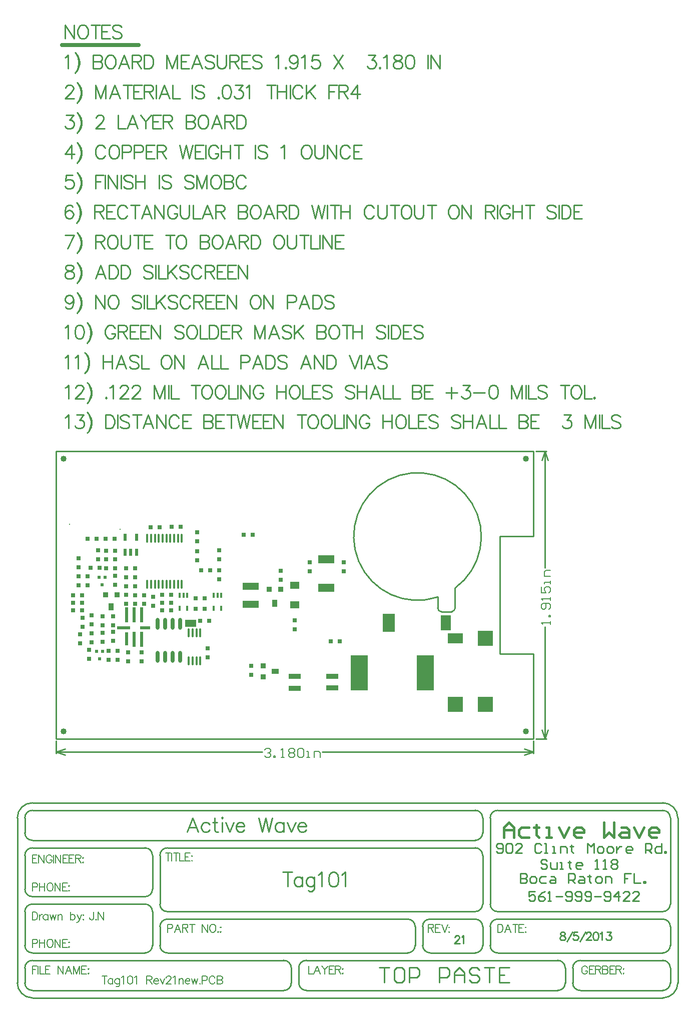
<source format=gtp>
%FSLAX25Y25*%
%MOIN*%
G70*
G01*
G75*
G04 Layer_Color=8421504*
%ADD10R,0.08000X0.12000*%
%ADD11R,0.07000X0.10000*%
%ADD12R,0.11024X0.05512*%
%ADD13R,0.01378X0.03543*%
%ADD14R,0.01378X0.03543*%
%ADD15R,0.11811X0.23622*%
%ADD16R,0.03000X0.03000*%
%ADD17R,0.11000X0.04500*%
%ADD18R,0.03600X0.03600*%
%ADD19R,0.03600X0.05000*%
%ADD20R,0.02000X0.05000*%
%ADD21O,0.01600X0.06000*%
%ADD22R,0.02362X0.02362*%
%ADD23R,0.06299X0.05118*%
%ADD24O,0.01600X0.06000*%
%ADD25R,0.09000X0.02362*%
%ADD26R,0.02362X0.10000*%
%ADD27R,0.07000X0.02362*%
%ADD28R,0.02362X0.09000*%
%ADD29O,0.02400X0.08000*%
%ADD30R,0.10000X0.07000*%
%ADD31R,0.10000X0.10000*%
%ADD32C,0.01200*%
%ADD33R,0.03000X0.03000*%
%ADD34C,0.04000*%
%ADD35R,0.07400X0.04500*%
%ADD36R,0.03600X0.03600*%
%ADD37R,0.05000X0.03600*%
%ADD38R,0.08000X0.03500*%
%ADD39C,0.01000*%
%ADD40C,0.01500*%
%ADD41C,0.04000*%
%ADD42C,0.02500*%
%ADD43C,0.00600*%
%ADD44C,0.01600*%
%ADD45C,0.01400*%
%ADD46C,0.00800*%
%ADD47C,0.02000*%
%ADD48C,0.07400*%
%ADD49C,0.01200*%
%ADD50C,0.00900*%
%ADD51C,0.00500*%
%ADD52C,0.19500*%
%ADD53C,0.07000*%
%ADD54C,0.07800*%
%ADD55C,0.12200*%
%ADD56C,0.06200*%
%ADD57R,0.05000X0.05000*%
%ADD58R,0.06200X0.06200*%
%ADD59C,0.02800*%
%ADD60R,0.07000X0.07000*%
%ADD61C,0.03000*%
%ADD62C,0.00984*%
%ADD63C,0.00598*%
D10*
X216802Y72202D02*
D03*
D11*
X254802D02*
D03*
D12*
X175000Y114449D02*
D03*
Y95551D02*
D03*
D13*
X82459Y90431D02*
D03*
X105159D02*
D03*
D14*
X82459Y81769D02*
D03*
X77341D02*
D03*
X79900Y90431D02*
D03*
X77341D02*
D03*
X100041D02*
D03*
X102600D02*
D03*
X100041Y81769D02*
D03*
X105159D02*
D03*
D15*
X196953Y39000D02*
D03*
X241047D02*
D03*
D16*
X125000Y37500D02*
D03*
Y43500D02*
D03*
X26100Y65500D02*
D03*
Y59500D02*
D03*
X103600Y101100D02*
D03*
Y107100D02*
D03*
X47600Y102600D02*
D03*
Y96600D02*
D03*
X154000Y74000D02*
D03*
Y68000D02*
D03*
X15900Y97200D02*
D03*
Y103200D02*
D03*
X103500Y120600D02*
D03*
Y114600D02*
D03*
X9900Y115200D02*
D03*
Y109200D02*
D03*
Y103200D02*
D03*
Y97200D02*
D03*
X11100Y64694D02*
D03*
Y58694D02*
D03*
X33100Y76600D02*
D03*
Y70600D02*
D03*
X144500Y101000D02*
D03*
Y107000D02*
D03*
X41600Y96600D02*
D03*
Y102600D02*
D03*
X186500Y106500D02*
D03*
Y112500D02*
D03*
X164000D02*
D03*
Y106500D02*
D03*
X96087Y49300D02*
D03*
Y55300D02*
D03*
X34200Y97500D02*
D03*
Y103500D02*
D03*
X22900Y114700D02*
D03*
Y120700D02*
D03*
X89000Y114000D02*
D03*
Y120000D02*
D03*
X17100Y48100D02*
D03*
Y54100D02*
D03*
X52041Y46659D02*
D03*
Y52659D02*
D03*
X89000Y126500D02*
D03*
Y132500D02*
D03*
X43041Y46659D02*
D03*
Y52659D02*
D03*
X33000Y60100D02*
D03*
Y66100D02*
D03*
X18500Y59100D02*
D03*
Y65100D02*
D03*
X18600Y71100D02*
D03*
Y77100D02*
D03*
X41600Y84800D02*
D03*
Y90800D02*
D03*
X59600Y83600D02*
D03*
Y89600D02*
D03*
X12500Y75500D02*
D03*
Y69500D02*
D03*
X26100Y76600D02*
D03*
Y70600D02*
D03*
D17*
X124500Y84500D02*
D03*
Y96500D02*
D03*
D18*
X144500Y94500D02*
D03*
X137020D02*
D03*
X28100Y90800D02*
D03*
X35600D02*
D03*
D19*
X140760Y85051D02*
D03*
X31800Y82800D02*
D03*
D20*
X48600Y119100D02*
D03*
X44800D02*
D03*
X48600Y129100D02*
D03*
X41100D02*
D03*
Y119100D02*
D03*
D21*
X60887Y97891D02*
D03*
X71123D02*
D03*
X58328Y128600D02*
D03*
X60887D02*
D03*
X76241D02*
D03*
X66005D02*
D03*
X58328Y97891D02*
D03*
X55769Y128600D02*
D03*
X78800D02*
D03*
X76241Y97891D02*
D03*
X73682D02*
D03*
X71123Y128600D02*
D03*
X68564Y97891D02*
D03*
X66005D02*
D03*
X73682Y128600D02*
D03*
X63446D02*
D03*
X78800Y97891D02*
D03*
X68564Y128600D02*
D03*
X63446Y97891D02*
D03*
X55769D02*
D03*
D22*
X22100Y53300D02*
D03*
X26037D02*
D03*
X24069Y48182D02*
D03*
X25668Y97382D02*
D03*
X27637Y102500D02*
D03*
X23700D02*
D03*
D23*
X154015Y84204D02*
D03*
Y97196D02*
D03*
D24*
X85982Y65400D02*
D03*
X91100Y46715D02*
D03*
X88541Y65400D02*
D03*
X91100D02*
D03*
X83423Y46715D02*
D03*
X88541D02*
D03*
X85982D02*
D03*
X83423Y65400D02*
D03*
D25*
X40107Y69032D02*
D03*
D26*
X42100Y77400D02*
D03*
X47100D02*
D03*
X52000Y77500D02*
D03*
X52100Y61194D02*
D03*
X47100D02*
D03*
D27*
X54307Y69032D02*
D03*
D28*
X42100Y61694D02*
D03*
D29*
X77800Y49500D02*
D03*
X67800Y71500D02*
D03*
X77800D02*
D03*
X72800D02*
D03*
X62800D02*
D03*
X72800Y49500D02*
D03*
X67800D02*
D03*
X62800D02*
D03*
D30*
X261000Y62000D02*
D03*
D31*
Y18000D02*
D03*
X281000D02*
D03*
Y62000D02*
D03*
D32*
X37600Y134500D02*
D03*
X3900Y137800D02*
D03*
D33*
X71500Y91000D02*
D03*
X65500D02*
D03*
X41600Y108600D02*
D03*
X47600D02*
D03*
X184000Y60000D02*
D03*
X178000D02*
D03*
X47600Y90600D02*
D03*
X53600D02*
D03*
X21900Y128100D02*
D03*
X15900D02*
D03*
X34200Y120300D02*
D03*
X28200D02*
D03*
X34200Y114500D02*
D03*
X28200D02*
D03*
X29900Y53400D02*
D03*
X35900D02*
D03*
X28200Y108500D02*
D03*
X34200D02*
D03*
X71500Y80500D02*
D03*
X65500D02*
D03*
X6400Y90400D02*
D03*
X12400D02*
D03*
X71500Y85500D02*
D03*
X65500D02*
D03*
X36041Y47659D02*
D03*
X30041D02*
D03*
X18000Y108800D02*
D03*
X24000D02*
D03*
X120000Y131000D02*
D03*
X126000D02*
D03*
X97600Y107100D02*
D03*
X91600D02*
D03*
X72100Y136100D02*
D03*
X78100D02*
D03*
X58000Y136000D02*
D03*
X64000D02*
D03*
X97000Y73500D02*
D03*
X91000D02*
D03*
X28100Y128100D02*
D03*
X34100D02*
D03*
X53500Y85000D02*
D03*
X47500D02*
D03*
X88000Y88500D02*
D03*
X94000D02*
D03*
X88000Y81500D02*
D03*
X94000D02*
D03*
X6400Y80500D02*
D03*
X12400D02*
D03*
X6400Y85500D02*
D03*
X12400D02*
D03*
D34*
X0Y0D02*
D03*
X308000Y181500D02*
D03*
X0D02*
D03*
X308000Y0D02*
D03*
D35*
X84600Y71800D02*
D03*
D36*
X132900Y43700D02*
D03*
Y36200D02*
D03*
D37*
X140900Y39900D02*
D03*
D38*
X179000Y28750D02*
D03*
Y36450D02*
D03*
X154000Y28550D02*
D03*
Y36450D02*
D03*
D39*
X210261Y-157470D02*
X216925D01*
X213593D01*
Y-167467D01*
X225256Y-157470D02*
X221923D01*
X220257Y-159136D01*
Y-165801D01*
X221923Y-167467D01*
X225256D01*
X226922Y-165801D01*
Y-159136D01*
X225256Y-157470D01*
X230254Y-167467D02*
Y-157470D01*
X235253D01*
X236919Y-159136D01*
Y-162469D01*
X235253Y-164135D01*
X230254D01*
X250248Y-167467D02*
Y-157470D01*
X255246D01*
X256912Y-159136D01*
Y-162469D01*
X255246Y-164135D01*
X250248D01*
X260244Y-167467D02*
Y-160802D01*
X263577Y-157470D01*
X266909Y-160802D01*
Y-167467D01*
Y-162469D01*
X260244D01*
X276906Y-159136D02*
X275240Y-157470D01*
X271907D01*
X270241Y-159136D01*
Y-160802D01*
X271907Y-162469D01*
X275240D01*
X276906Y-164135D01*
Y-165801D01*
X275240Y-167467D01*
X271907D01*
X270241Y-165801D01*
X280238Y-157470D02*
X286902D01*
X283570D01*
Y-167467D01*
X296899Y-157470D02*
X290235D01*
Y-167467D01*
X296899D01*
X290235Y-162469D02*
X293567D01*
X313000Y-14900D02*
Y-6500D01*
X-5000Y-14900D02*
Y-6500D01*
X172494Y-13900D02*
X313000D01*
X-5000D02*
X132306D01*
X307000Y-11900D02*
X313000Y-13900D01*
X307000Y-15900D02*
X313000Y-13900D01*
X-5000D02*
X1000Y-15900D01*
X-5000Y-13900D02*
X1000Y-11900D01*
X314500Y186500D02*
X321600D01*
X314500Y-5000D02*
X321600D01*
X320600Y108744D02*
Y186500D01*
Y-5000D02*
Y69556D01*
X318600Y180500D02*
X320600Y186500D01*
X322600Y180500D01*
X320600Y-5000D02*
X322600Y1000D01*
X318600D02*
X320600Y-5000D01*
X260785Y95320D02*
G03*
X249300Y89401I-24985J34380D01*
G01*
X249300Y82000D02*
G03*
X251600Y79700I2300J0D01*
G01*
X258500D02*
G03*
X260800Y82000I0J2300D01*
G01*
X249300D02*
Y89400D01*
X251600Y79700D02*
X258500D01*
X260800Y82000D02*
Y95300D01*
X-5000Y186500D02*
X313000D01*
Y130000D02*
Y186500D01*
X290500Y51400D02*
Y130000D01*
X313000Y-5000D02*
Y51400D01*
X-5000Y-5000D02*
Y186500D01*
X290500Y51400D02*
X313000D01*
X290500Y130000D02*
X313000D01*
X-5000Y-5000D02*
X313000D01*
X404192Y-130118D02*
G03*
X399292Y-125218I-4900J0D01*
G01*
X289192D02*
G03*
X284192Y-130218I0J-5000D01*
G01*
X399192Y-120218D02*
G03*
X404192Y-115218I0J5000D01*
G01*
X284192D02*
G03*
X289192Y-120218I5000J0D01*
G01*
X-20808Y-47718D02*
G03*
X-30808Y-57718I0J-10000D01*
G01*
Y-167618D02*
G03*
X-20884Y-177716I10100J0D01*
G01*
X399192Y-177718D02*
G03*
X409192Y-167718I0J10000D01*
G01*
Y-57718D02*
G03*
X399192Y-47718I-10000J0D01*
G01*
X404192Y-57618D02*
G03*
X399121Y-52721I-4900J0D01*
G01*
X399192Y-147718D02*
G03*
X404192Y-142718I0J5000D01*
G01*
X404192Y-157630D02*
G03*
X399192Y-152717I-5000J-87D01*
G01*
Y-172718D02*
G03*
X404192Y-167718I0J5000D01*
G01*
X274192Y-147718D02*
G03*
X279192Y-142718I0J5000D01*
G01*
X284192Y-142818D02*
G03*
X289177Y-147717I4900J0D01*
G01*
X279192Y-130118D02*
G03*
X274292Y-125218I-4900J0D01*
G01*
X-25808Y-167718D02*
G03*
X-20895Y-172717I5000J0D01*
G01*
X274279Y-120218D02*
G03*
X279193Y-115218I-87J5000D01*
G01*
X-20808Y-152718D02*
G03*
X-25808Y-157718I0J-5000D01*
G01*
X279192Y-82718D02*
G03*
X274192Y-77718I-5000J0D01*
G01*
Y-72718D02*
G03*
X279192Y-67718I0J5000D01*
G01*
X289192Y-52718D02*
G03*
X284192Y-57718I0J-5000D01*
G01*
X279192D02*
G03*
X274192Y-52718I-5000J0D01*
G01*
X-20808D02*
G03*
X-25808Y-57718I0J-5000D01*
G01*
Y-67718D02*
G03*
X-20808Y-72718I5000J0D01*
G01*
Y-77718D02*
G03*
X-25808Y-82718I0J-5000D01*
G01*
Y-105218D02*
G03*
X-20808Y-110218I5000J0D01*
G01*
Y-115218D02*
G03*
X-25808Y-120218I0J-5000D01*
G01*
Y-142718D02*
G03*
X-20895Y-147717I5000J0D01*
G01*
X69192Y-77718D02*
G03*
X64192Y-82718I0J-5000D01*
G01*
X69192Y-125218D02*
G03*
X64192Y-130218I0J-5000D01*
G01*
X243992Y-125218D02*
G03*
X239199Y-130269I0J-4800D01*
G01*
X239192Y-142618D02*
G03*
X244203Y-147717I5100J0D01*
G01*
X229292Y-147718D02*
G03*
X234191Y-142732I0J4900D01*
G01*
X234192Y-130118D02*
G03*
X229292Y-125218I-4900J0D01*
G01*
X54292Y-147718D02*
G03*
X59192Y-142818I0J4900D01*
G01*
X64192D02*
G03*
X69092Y-147718I4900J0D01*
G01*
X64192Y-115318D02*
G03*
X69092Y-120218I4900J0D01*
G01*
X59192Y-120118D02*
G03*
X54121Y-115221I-4900J0D01*
G01*
X54392Y-110218D02*
G03*
X59192Y-105418I0J4800D01*
G01*
Y-82618D02*
G03*
X54292Y-77718I-4900J0D01*
G01*
X344192Y-152718D02*
G03*
X339192Y-157718I0J-5000D01*
G01*
Y-167818D02*
G03*
X344178Y-172717I4900J0D01*
G01*
X329308Y-172718D02*
G03*
X334190Y-167750I84J4800D01*
G01*
X334192Y-157718D02*
G03*
X329192Y-152718I-5000J0D01*
G01*
X156692Y-167718D02*
G03*
X161605Y-172717I5000J0D01*
G01*
X161692Y-152718D02*
G03*
X156692Y-157718I0J-5000D01*
G01*
X146808Y-172718D02*
G03*
X151690Y-167750I84J4800D01*
G01*
X151692Y-157718D02*
G03*
X146692Y-152718I-5000J0D01*
G01*
X404192Y-142718D02*
Y-130118D01*
X284192Y-142718D02*
Y-130218D01*
X404192Y-115218D02*
Y-57718D01*
X284192Y-115218D02*
Y-57718D01*
X-30808Y-167718D02*
Y-57718D01*
X-25808Y-167718D02*
Y-157718D01*
X404192Y-167718D02*
Y-157718D01*
X279192Y-142718D02*
Y-130218D01*
X239192Y-142718D02*
Y-130218D01*
X64192Y-142718D02*
Y-130218D01*
X234192Y-142718D02*
Y-130218D01*
X64192Y-115218D02*
Y-82718D01*
X279192Y-115218D02*
Y-82718D01*
Y-67718D02*
Y-57718D01*
X-25808Y-67718D02*
Y-57718D01*
X59192Y-105218D02*
Y-82718D01*
X-25808Y-105218D02*
Y-82718D01*
X59192Y-142718D02*
Y-120218D01*
X-25808Y-142718D02*
Y-120218D01*
X409192Y-167718D02*
Y-57718D01*
X339192Y-167718D02*
Y-157718D01*
X334192Y-167718D02*
Y-157718D01*
X156692Y-167718D02*
Y-157718D01*
X151692Y-167718D02*
Y-157718D01*
X289192Y-125218D02*
X399192D01*
X289192Y-120218D02*
X399192D01*
X69192D02*
X274192D01*
X289192Y-52718D02*
X399192D01*
X289192Y-147718D02*
X399192D01*
X244192Y-125218D02*
X274192D01*
X244192Y-147718D02*
X274192D01*
X69192D02*
X229192D01*
X69192Y-125218D02*
X229192D01*
X69192Y-77718D02*
X274192D01*
X-20808Y-72718D02*
X274192D01*
X-20808Y-77718D02*
X54192D01*
X-20808Y-110218D02*
X54192D01*
X-20808Y-115218D02*
X54192D01*
X-20808Y-147718D02*
X54192D01*
X-20808Y-47718D02*
X399192D01*
X-20808Y-177718D02*
X399192D01*
X-20808Y-52718D02*
X274192D01*
X344192Y-152718D02*
X399192D01*
X344192Y-172718D02*
X399192D01*
X161692Y-152718D02*
X329192D01*
X-20808D02*
X146692D01*
X-20808Y-172718D02*
X146692D01*
X161692D02*
X329192D01*
X322117Y-86358D02*
X321051Y-85292D01*
X318919D01*
X317852Y-86358D01*
Y-87424D01*
X318919Y-88491D01*
X321051D01*
X322117Y-89557D01*
Y-90623D01*
X321051Y-91690D01*
X318919D01*
X317852Y-90623D01*
X324250Y-87424D02*
Y-90623D01*
X325317Y-91690D01*
X328516D01*
Y-87424D01*
X330648Y-91690D02*
X332781D01*
X331714D01*
Y-87424D01*
X330648D01*
X337046Y-86358D02*
Y-87424D01*
X335980D01*
X338112D01*
X337046D01*
Y-90623D01*
X338112Y-91690D01*
X344510D02*
X342378D01*
X341311Y-90623D01*
Y-88491D01*
X342378Y-87424D01*
X344510D01*
X345577Y-88491D01*
Y-89557D01*
X341311D01*
X354107Y-91690D02*
X356240D01*
X355173D01*
Y-85292D01*
X354107Y-86358D01*
X359439Y-91690D02*
X361571D01*
X360505D01*
Y-85292D01*
X359439Y-86358D01*
X364770D02*
X365837Y-85292D01*
X367969D01*
X369036Y-86358D01*
Y-87424D01*
X367969Y-88491D01*
X369036Y-89557D01*
Y-90623D01*
X367969Y-91690D01*
X365837D01*
X364770Y-90623D01*
Y-89557D01*
X365837Y-88491D01*
X364770Y-87424D01*
Y-86358D01*
X365837Y-88491D02*
X367969D01*
X314118Y-106792D02*
X309852D01*
Y-109991D01*
X311985Y-108924D01*
X313051D01*
X314118Y-109991D01*
Y-112123D01*
X313051Y-113190D01*
X310919D01*
X309852Y-112123D01*
X320515Y-106792D02*
X318383Y-107858D01*
X316250Y-109991D01*
Y-112123D01*
X317317Y-113190D01*
X319449D01*
X320515Y-112123D01*
Y-111057D01*
X319449Y-109991D01*
X316250D01*
X322648Y-113190D02*
X324781D01*
X323714D01*
Y-106792D01*
X322648Y-107858D01*
X327980Y-109991D02*
X332245D01*
X334378Y-112123D02*
X335444Y-113190D01*
X337577D01*
X338643Y-112123D01*
Y-107858D01*
X337577Y-106792D01*
X335444D01*
X334378Y-107858D01*
Y-108924D01*
X335444Y-109991D01*
X338643D01*
X340776Y-112123D02*
X341842Y-113190D01*
X343974D01*
X345041Y-112123D01*
Y-107858D01*
X343974Y-106792D01*
X341842D01*
X340776Y-107858D01*
Y-108924D01*
X341842Y-109991D01*
X345041D01*
X347174Y-112123D02*
X348240Y-113190D01*
X350373D01*
X351439Y-112123D01*
Y-107858D01*
X350373Y-106792D01*
X348240D01*
X347174Y-107858D01*
Y-108924D01*
X348240Y-109991D01*
X351439D01*
X353571D02*
X357837D01*
X359969Y-112123D02*
X361036Y-113190D01*
X363168D01*
X364235Y-112123D01*
Y-107858D01*
X363168Y-106792D01*
X361036D01*
X359969Y-107858D01*
Y-108924D01*
X361036Y-109991D01*
X364235D01*
X369566Y-113190D02*
Y-106792D01*
X366367Y-109991D01*
X370633D01*
X377030Y-113190D02*
X372765D01*
X377030Y-108924D01*
Y-107858D01*
X375964Y-106792D01*
X373832D01*
X372765Y-107858D01*
X383428Y-113190D02*
X379163D01*
X383428Y-108924D01*
Y-107858D01*
X382362Y-106792D01*
X380229D01*
X379163Y-107858D01*
X288352Y-80123D02*
X289419Y-81190D01*
X291551D01*
X292618Y-80123D01*
Y-75858D01*
X291551Y-74792D01*
X289419D01*
X288352Y-75858D01*
Y-76925D01*
X289419Y-77991D01*
X292618D01*
X294750Y-75858D02*
X295816Y-74792D01*
X297949D01*
X299015Y-75858D01*
Y-80123D01*
X297949Y-81190D01*
X295816D01*
X294750Y-80123D01*
Y-75858D01*
X305413Y-81190D02*
X301148D01*
X305413Y-76925D01*
Y-75858D01*
X304347Y-74792D01*
X302214D01*
X301148Y-75858D01*
X318209D02*
X317143Y-74792D01*
X315010D01*
X313944Y-75858D01*
Y-80123D01*
X315010Y-81190D01*
X317143D01*
X318209Y-80123D01*
X320342Y-81190D02*
X322475D01*
X321408D01*
Y-74792D01*
X320342D01*
X325674Y-81190D02*
X327806D01*
X326740D01*
Y-76925D01*
X325674D01*
X331005Y-81190D02*
Y-76925D01*
X334204D01*
X335270Y-77991D01*
Y-81190D01*
X338469Y-75858D02*
Y-76925D01*
X337403D01*
X339536D01*
X338469D01*
Y-80123D01*
X339536Y-81190D01*
X349133D02*
Y-74792D01*
X351265Y-76925D01*
X353398Y-74792D01*
Y-81190D01*
X356597D02*
X358730D01*
X359796Y-80123D01*
Y-77991D01*
X358730Y-76925D01*
X356597D01*
X355531Y-77991D01*
Y-80123D01*
X356597Y-81190D01*
X362995D02*
X365127D01*
X366194Y-80123D01*
Y-77991D01*
X365127Y-76925D01*
X362995D01*
X361928Y-77991D01*
Y-80123D01*
X362995Y-81190D01*
X368326Y-76925D02*
Y-81190D01*
Y-79057D01*
X369393Y-77991D01*
X370459Y-76925D01*
X371525D01*
X377923Y-81190D02*
X375791D01*
X374724Y-80123D01*
Y-77991D01*
X375791Y-76925D01*
X377923D01*
X378990Y-77991D01*
Y-79057D01*
X374724D01*
X387520Y-81190D02*
Y-74792D01*
X390719D01*
X391785Y-75858D01*
Y-77991D01*
X390719Y-79057D01*
X387520D01*
X389653D02*
X391785Y-81190D01*
X398183Y-74792D02*
Y-81190D01*
X394984D01*
X393918Y-80123D01*
Y-77991D01*
X394984Y-76925D01*
X398183D01*
X400316Y-81190D02*
Y-80123D01*
X401382D01*
Y-81190D01*
X400316D01*
X304352Y-94792D02*
Y-101190D01*
X307551D01*
X308617Y-100123D01*
Y-99057D01*
X307551Y-97991D01*
X304352D01*
X307551D01*
X308617Y-96925D01*
Y-95858D01*
X307551Y-94792D01*
X304352D01*
X311817Y-101190D02*
X313949D01*
X315016Y-100123D01*
Y-97991D01*
X313949Y-96925D01*
X311817D01*
X310750Y-97991D01*
Y-100123D01*
X311817Y-101190D01*
X321413Y-96925D02*
X318214D01*
X317148Y-97991D01*
Y-100123D01*
X318214Y-101190D01*
X321413D01*
X324612Y-96925D02*
X326745D01*
X327811Y-97991D01*
Y-101190D01*
X324612D01*
X323546Y-100123D01*
X324612Y-99057D01*
X327811D01*
X336342Y-101190D02*
Y-94792D01*
X339541D01*
X340607Y-95858D01*
Y-97991D01*
X339541Y-99057D01*
X336342D01*
X338474D02*
X340607Y-101190D01*
X343806Y-96925D02*
X345939D01*
X347005Y-97991D01*
Y-101190D01*
X343806D01*
X342740Y-100123D01*
X343806Y-99057D01*
X347005D01*
X350204Y-95858D02*
Y-96925D01*
X349138D01*
X351270D01*
X350204D01*
Y-100123D01*
X351270Y-101190D01*
X355536D02*
X357668D01*
X358735Y-100123D01*
Y-97991D01*
X357668Y-96925D01*
X355536D01*
X354469Y-97991D01*
Y-100123D01*
X355536Y-101190D01*
X360867D02*
Y-96925D01*
X364066D01*
X365133Y-97991D01*
Y-101190D01*
X377928Y-94792D02*
X373663D01*
Y-97991D01*
X375796D01*
X373663D01*
Y-101190D01*
X380061Y-94792D02*
Y-101190D01*
X384326D01*
X386459D02*
Y-100123D01*
X387525D01*
Y-101190D01*
X386459D01*
X1060Y228934D02*
X1917Y229363D01*
X3202Y230648D01*
Y221650D01*
X8087Y228506D02*
Y228934D01*
X8515Y229791D01*
X8944Y230220D01*
X9801Y230648D01*
X11514D01*
X12371Y230220D01*
X12800Y229791D01*
X13228Y228934D01*
Y228077D01*
X12800Y227220D01*
X11943Y225935D01*
X7658Y221650D01*
X13657D01*
X15671Y232362D02*
X16528Y231505D01*
X17385Y230220D01*
X18242Y228506D01*
X18670Y226363D01*
Y224649D01*
X18242Y222507D01*
X17385Y220793D01*
X16528Y219508D01*
X15671Y218651D01*
X16528Y231505D02*
X17385Y229791D01*
X17813Y228506D01*
X18242Y226363D01*
Y224649D01*
X17813Y222507D01*
X17385Y221221D01*
X16528Y219508D01*
X28354Y222507D02*
X27925Y222078D01*
X28354Y221650D01*
X28782Y222078D01*
X28354Y222507D01*
X30753Y228934D02*
X31610Y229363D01*
X32896Y230648D01*
Y221650D01*
X37780Y228506D02*
Y228934D01*
X38209Y229791D01*
X38637Y230220D01*
X39494Y230648D01*
X41208D01*
X42065Y230220D01*
X42494Y229791D01*
X42922Y228934D01*
Y228077D01*
X42494Y227220D01*
X41637Y225935D01*
X37352Y221650D01*
X43351D01*
X45793Y228506D02*
Y228934D01*
X46221Y229791D01*
X46650Y230220D01*
X47507Y230648D01*
X49221D01*
X50078Y230220D01*
X50506Y229791D01*
X50935Y228934D01*
Y228077D01*
X50506Y227220D01*
X49649Y225935D01*
X45364Y221650D01*
X51363D01*
X60447Y230648D02*
Y221650D01*
Y230648D02*
X63875Y221650D01*
X67303Y230648D02*
X63875Y221650D01*
X67303Y230648D02*
Y221650D01*
X69873Y230648D02*
Y221650D01*
X71759Y230648D02*
Y221650D01*
X76901D01*
X87955Y230648D02*
Y221650D01*
X84956Y230648D02*
X90955D01*
X94597D02*
X93740Y230220D01*
X92883Y229363D01*
X92454Y228506D01*
X92026Y227220D01*
Y225078D01*
X92454Y223792D01*
X92883Y222935D01*
X93740Y222078D01*
X94597Y221650D01*
X96311D01*
X97168Y222078D01*
X98025Y222935D01*
X98453Y223792D01*
X98882Y225078D01*
Y227220D01*
X98453Y228506D01*
X98025Y229363D01*
X97168Y230220D01*
X96311Y230648D01*
X94597D01*
X103552D02*
X102695Y230220D01*
X101838Y229363D01*
X101410Y228506D01*
X100981Y227220D01*
Y225078D01*
X101410Y223792D01*
X101838Y222935D01*
X102695Y222078D01*
X103552Y221650D01*
X105266D01*
X106123Y222078D01*
X106980Y222935D01*
X107408Y223792D01*
X107837Y225078D01*
Y227220D01*
X107408Y228506D01*
X106980Y229363D01*
X106123Y230220D01*
X105266Y230648D01*
X103552D01*
X109936D02*
Y221650D01*
X115078D01*
X116064Y230648D02*
Y221650D01*
X117949Y230648D02*
Y221650D01*
Y230648D02*
X123948Y221650D01*
Y230648D02*
Y221650D01*
X132860Y228506D02*
X132431Y229363D01*
X131574Y230220D01*
X130718Y230648D01*
X129004D01*
X128147Y230220D01*
X127290Y229363D01*
X126861Y228506D01*
X126433Y227220D01*
Y225078D01*
X126861Y223792D01*
X127290Y222935D01*
X128147Y222078D01*
X129004Y221650D01*
X130718D01*
X131574Y222078D01*
X132431Y222935D01*
X132860Y223792D01*
Y225078D01*
X130718D02*
X132860D01*
X141987Y230648D02*
Y221650D01*
X147985Y230648D02*
Y221650D01*
X141987Y226363D02*
X147985D01*
X153041Y230648D02*
X152184Y230220D01*
X151327Y229363D01*
X150899Y228506D01*
X150470Y227220D01*
Y225078D01*
X150899Y223792D01*
X151327Y222935D01*
X152184Y222078D01*
X153041Y221650D01*
X154755D01*
X155612Y222078D01*
X156469Y222935D01*
X156898Y223792D01*
X157326Y225078D01*
Y227220D01*
X156898Y228506D01*
X156469Y229363D01*
X155612Y230220D01*
X154755Y230648D01*
X153041D01*
X159426D02*
Y221650D01*
X164567D01*
X171123Y230648D02*
X165553D01*
Y221650D01*
X171123D01*
X165553Y226363D02*
X168981D01*
X178622Y229363D02*
X177765Y230220D01*
X176479Y230648D01*
X174765D01*
X173480Y230220D01*
X172623Y229363D01*
Y228506D01*
X173051Y227649D01*
X173480Y227220D01*
X174337Y226792D01*
X176908Y225935D01*
X177765Y225506D01*
X178193Y225078D01*
X178622Y224221D01*
Y222935D01*
X177765Y222078D01*
X176479Y221650D01*
X174765D01*
X173480Y222078D01*
X172623Y222935D01*
X193704Y229363D02*
X192847Y230220D01*
X191562Y230648D01*
X189848D01*
X188562Y230220D01*
X187705Y229363D01*
Y228506D01*
X188134Y227649D01*
X188562Y227220D01*
X189419Y226792D01*
X191990Y225935D01*
X192847Y225506D01*
X193276Y225078D01*
X193704Y224221D01*
Y222935D01*
X192847Y222078D01*
X191562Y221650D01*
X189848D01*
X188562Y222078D01*
X187705Y222935D01*
X195718Y230648D02*
Y221650D01*
X201717Y230648D02*
Y221650D01*
X195718Y226363D02*
X201717D01*
X211057Y221650D02*
X207630Y230648D01*
X204202Y221650D01*
X205487Y224649D02*
X209772D01*
X213157Y230648D02*
Y221650D01*
X218299D01*
X219284Y230648D02*
Y221650D01*
X224426D01*
X232482Y230648D02*
Y221650D01*
Y230648D02*
X236338D01*
X237623Y230220D01*
X238052Y229791D01*
X238480Y228934D01*
Y228077D01*
X238052Y227220D01*
X237623Y226792D01*
X236338Y226363D01*
X232482D02*
X236338D01*
X237623Y225935D01*
X238052Y225506D01*
X238480Y224649D01*
Y223364D01*
X238052Y222507D01*
X237623Y222078D01*
X236338Y221650D01*
X232482D01*
X246064Y230648D02*
X240494D01*
Y221650D01*
X246064D01*
X240494Y226363D02*
X243922D01*
X258490Y229363D02*
Y221650D01*
X254634Y225506D02*
X262347D01*
X265860Y230648D02*
X270573D01*
X268002Y227220D01*
X269288D01*
X270145Y226792D01*
X270573Y226363D01*
X271002Y225078D01*
Y224221D01*
X270573Y222935D01*
X269716Y222078D01*
X268431Y221650D01*
X267145D01*
X265860Y222078D01*
X265432Y222507D01*
X265003Y223364D01*
X273016Y225506D02*
X280728D01*
X285956Y230648D02*
X284670Y230220D01*
X283813Y228934D01*
X283385Y226792D01*
Y225506D01*
X283813Y223364D01*
X284670Y222078D01*
X285956Y221650D01*
X286813D01*
X288098Y222078D01*
X288955Y223364D01*
X289384Y225506D01*
Y226792D01*
X288955Y228934D01*
X288098Y230220D01*
X286813Y230648D01*
X285956D01*
X298467D02*
Y221650D01*
Y230648D02*
X301895Y221650D01*
X305323Y230648D02*
X301895Y221650D01*
X305323Y230648D02*
Y221650D01*
X307894Y230648D02*
Y221650D01*
X309779Y230648D02*
Y221650D01*
X314921D01*
X321905Y229363D02*
X321048Y230220D01*
X319763Y230648D01*
X318049D01*
X316763Y230220D01*
X315906Y229363D01*
Y228506D01*
X316335Y227649D01*
X316763Y227220D01*
X317620Y226792D01*
X320191Y225935D01*
X321048Y225506D01*
X321477Y225078D01*
X321905Y224221D01*
Y222935D01*
X321048Y222078D01*
X319763Y221650D01*
X318049D01*
X316763Y222078D01*
X315906Y222935D01*
X333988Y230648D02*
Y221650D01*
X330989Y230648D02*
X336988D01*
X340630D02*
X339773Y230220D01*
X338916Y229363D01*
X338487Y228506D01*
X338059Y227220D01*
Y225078D01*
X338487Y223792D01*
X338916Y222935D01*
X339773Y222078D01*
X340630Y221650D01*
X342344D01*
X343201Y222078D01*
X344057Y222935D01*
X344486Y223792D01*
X344915Y225078D01*
Y227220D01*
X344486Y228506D01*
X344057Y229363D01*
X343201Y230220D01*
X342344Y230648D01*
X340630D01*
X347014D02*
Y221650D01*
X352156D01*
X353570Y222507D02*
X353141Y222078D01*
X353570Y221650D01*
X353998Y222078D01*
X353570Y222507D01*
X960Y448834D02*
X1817Y449263D01*
X3102Y450548D01*
Y441550D01*
X7558Y452262D02*
X8415Y451405D01*
X9272Y450120D01*
X10129Y448406D01*
X10558Y446263D01*
Y444549D01*
X10129Y442407D01*
X9272Y440693D01*
X8415Y439408D01*
X7558Y438551D01*
X8415Y451405D02*
X9272Y449691D01*
X9701Y448406D01*
X10129Y446263D01*
Y444549D01*
X9701Y442407D01*
X9272Y441121D01*
X8415Y439408D01*
X19813Y450548D02*
Y441550D01*
Y450548D02*
X23669D01*
X24954Y450120D01*
X25383Y449691D01*
X25811Y448834D01*
Y447977D01*
X25383Y447120D01*
X24954Y446692D01*
X23669Y446263D01*
X19813D02*
X23669D01*
X24954Y445835D01*
X25383Y445406D01*
X25811Y444549D01*
Y443264D01*
X25383Y442407D01*
X24954Y441979D01*
X23669Y441550D01*
X19813D01*
X30396Y450548D02*
X29539Y450120D01*
X28682Y449263D01*
X28254Y448406D01*
X27825Y447120D01*
Y444978D01*
X28254Y443692D01*
X28682Y442835D01*
X29539Y441979D01*
X30396Y441550D01*
X32110D01*
X32967Y441979D01*
X33824Y442835D01*
X34253Y443692D01*
X34681Y444978D01*
Y447120D01*
X34253Y448406D01*
X33824Y449263D01*
X32967Y450120D01*
X32110Y450548D01*
X30396D01*
X43636Y441550D02*
X40208Y450548D01*
X36781Y441550D01*
X38066Y444549D02*
X42351D01*
X45736Y450548D02*
Y441550D01*
Y450548D02*
X49592D01*
X50877Y450120D01*
X51306Y449691D01*
X51734Y448834D01*
Y447977D01*
X51306Y447120D01*
X50877Y446692D01*
X49592Y446263D01*
X45736D01*
X48735D02*
X51734Y441550D01*
X53748Y450548D02*
Y441550D01*
Y450548D02*
X56748D01*
X58033Y450120D01*
X58890Y449263D01*
X59319Y448406D01*
X59747Y447120D01*
Y444978D01*
X59319Y443692D01*
X58890Y442835D01*
X58033Y441979D01*
X56748Y441550D01*
X53748D01*
X68831Y450548D02*
Y441550D01*
Y450548D02*
X72259Y441550D01*
X75686Y450548D02*
X72259Y441550D01*
X75686Y450548D02*
Y441550D01*
X83828Y450548D02*
X78257D01*
Y441550D01*
X83828D01*
X78257Y446263D02*
X81685D01*
X92183Y441550D02*
X88755Y450548D01*
X85327Y441550D01*
X86613Y444549D02*
X90898D01*
X100281Y449263D02*
X99424Y450120D01*
X98139Y450548D01*
X96425D01*
X95139Y450120D01*
X94282Y449263D01*
Y448406D01*
X94711Y447549D01*
X95139Y447120D01*
X95996Y446692D01*
X98567Y445835D01*
X99424Y445406D01*
X99853Y444978D01*
X100281Y444121D01*
Y442835D01*
X99424Y441979D01*
X98139Y441550D01*
X96425D01*
X95139Y441979D01*
X94282Y442835D01*
X102295Y450548D02*
Y444121D01*
X102724Y442835D01*
X103580Y441979D01*
X104866Y441550D01*
X105723D01*
X107008Y441979D01*
X107865Y442835D01*
X108294Y444121D01*
Y450548D01*
X110779D02*
Y441550D01*
Y450548D02*
X114635D01*
X115921Y450120D01*
X116349Y449691D01*
X116778Y448834D01*
Y447977D01*
X116349Y447120D01*
X115921Y446692D01*
X114635Y446263D01*
X110779D01*
X113778D02*
X116778Y441550D01*
X124362Y450548D02*
X118791D01*
Y441550D01*
X124362D01*
X118791Y446263D02*
X122219D01*
X131860Y449263D02*
X131003Y450120D01*
X129718Y450548D01*
X128004D01*
X126718Y450120D01*
X125861Y449263D01*
Y448406D01*
X126290Y447549D01*
X126718Y447120D01*
X127575Y446692D01*
X130146Y445835D01*
X131003Y445406D01*
X131432Y444978D01*
X131860Y444121D01*
Y442835D01*
X131003Y441979D01*
X129718Y441550D01*
X128004D01*
X126718Y441979D01*
X125861Y442835D01*
X140944Y448834D02*
X141801Y449263D01*
X143086Y450548D01*
Y441550D01*
X147971Y442407D02*
X147543Y441979D01*
X147971Y441550D01*
X148399Y441979D01*
X147971Y442407D01*
X155941Y447549D02*
X155512Y446263D01*
X154655Y445406D01*
X153370Y444978D01*
X152941D01*
X151656Y445406D01*
X150799Y446263D01*
X150370Y447549D01*
Y447977D01*
X150799Y449263D01*
X151656Y450120D01*
X152941Y450548D01*
X153370D01*
X154655Y450120D01*
X155512Y449263D01*
X155941Y447549D01*
Y445406D01*
X155512Y443264D01*
X154655Y441979D01*
X153370Y441550D01*
X152513D01*
X151227Y441979D01*
X150799Y442835D01*
X158383Y448834D02*
X159240Y449263D01*
X160525Y450548D01*
Y441550D01*
X170123Y450548D02*
X165839D01*
X165410Y446692D01*
X165839Y447120D01*
X167124Y447549D01*
X168409D01*
X169695Y447120D01*
X170552Y446263D01*
X170980Y444978D01*
Y444121D01*
X170552Y442835D01*
X169695Y441979D01*
X168409Y441550D01*
X167124D01*
X165839Y441979D01*
X165410Y442407D01*
X164982Y443264D01*
X180064Y450548D02*
X186063Y441550D01*
Y450548D02*
X180064Y441550D01*
X203073Y450548D02*
X207787D01*
X205216Y447120D01*
X206501D01*
X207358Y446692D01*
X207787Y446263D01*
X208215Y444978D01*
Y444121D01*
X207787Y442835D01*
X206930Y441979D01*
X205644Y441550D01*
X204359D01*
X203073Y441979D01*
X202645Y442407D01*
X202217Y443264D01*
X210658Y442407D02*
X210229Y441979D01*
X210658Y441550D01*
X211086Y441979D01*
X210658Y442407D01*
X213057Y448834D02*
X213914Y449263D01*
X215199Y450548D01*
Y441550D01*
X221798Y450548D02*
X220513Y450120D01*
X220084Y449263D01*
Y448406D01*
X220513Y447549D01*
X221370Y447120D01*
X223083Y446692D01*
X224369Y446263D01*
X225226Y445406D01*
X225654Y444549D01*
Y443264D01*
X225226Y442407D01*
X224797Y441979D01*
X223512Y441550D01*
X221798D01*
X220513Y441979D01*
X220084Y442407D01*
X219656Y443264D01*
Y444549D01*
X220084Y445406D01*
X220941Y446263D01*
X222227Y446692D01*
X223940Y447120D01*
X224797Y447549D01*
X225226Y448406D01*
Y449263D01*
X224797Y450120D01*
X223512Y450548D01*
X221798D01*
X230239D02*
X228954Y450120D01*
X228097Y448834D01*
X227668Y446692D01*
Y445406D01*
X228097Y443264D01*
X228954Y441979D01*
X230239Y441550D01*
X231096D01*
X232381Y441979D01*
X233238Y443264D01*
X233667Y445406D01*
Y446692D01*
X233238Y448834D01*
X232381Y450120D01*
X231096Y450548D01*
X230239D01*
X242751D02*
Y441550D01*
X244636Y450548D02*
Y441550D01*
Y450548D02*
X250635Y441550D01*
Y450548D02*
Y441550D01*
X960Y470548D02*
Y461550D01*
Y470548D02*
X6958Y461550D01*
Y470548D02*
Y461550D01*
X12014Y470548D02*
X11157Y470120D01*
X10300Y469263D01*
X9872Y468406D01*
X9443Y467120D01*
Y464978D01*
X9872Y463692D01*
X10300Y462835D01*
X11157Y461978D01*
X12014Y461550D01*
X13728D01*
X14585Y461978D01*
X15442Y462835D01*
X15871Y463692D01*
X16299Y464978D01*
Y467120D01*
X15871Y468406D01*
X15442Y469263D01*
X14585Y470120D01*
X13728Y470548D01*
X12014D01*
X21398D02*
Y461550D01*
X18399Y470548D02*
X24397D01*
X31039D02*
X25469D01*
Y461550D01*
X31039D01*
X25469Y466263D02*
X28896D01*
X38537Y469263D02*
X37680Y470120D01*
X36395Y470548D01*
X34681D01*
X33395Y470120D01*
X32539Y469263D01*
Y468406D01*
X32967Y467549D01*
X33395Y467120D01*
X34253Y466692D01*
X36823Y465835D01*
X37680Y465406D01*
X38109Y464978D01*
X38537Y464121D01*
Y462835D01*
X37680Y461978D01*
X36395Y461550D01*
X34681D01*
X33395Y461978D01*
X32539Y462835D01*
X960Y268834D02*
X1817Y269263D01*
X3102Y270548D01*
Y261550D01*
X10129Y270548D02*
X8844Y270120D01*
X7987Y268834D01*
X7558Y266692D01*
Y265406D01*
X7987Y263264D01*
X8844Y261979D01*
X10129Y261550D01*
X10986D01*
X12271Y261979D01*
X13128Y263264D01*
X13557Y265406D01*
Y266692D01*
X13128Y268834D01*
X12271Y270120D01*
X10986Y270548D01*
X10129D01*
X15571Y272262D02*
X16428Y271405D01*
X17285Y270120D01*
X18142Y268406D01*
X18570Y266263D01*
Y264549D01*
X18142Y262407D01*
X17285Y260693D01*
X16428Y259408D01*
X15571Y258551D01*
X16428Y271405D02*
X17285Y269691D01*
X17713Y268406D01*
X18142Y266263D01*
Y264549D01*
X17713Y262407D01*
X17285Y261122D01*
X16428Y259408D01*
X34253Y268406D02*
X33824Y269263D01*
X32967Y270120D01*
X32110Y270548D01*
X30396D01*
X29539Y270120D01*
X28682Y269263D01*
X28254Y268406D01*
X27825Y267120D01*
Y264978D01*
X28254Y263692D01*
X28682Y262835D01*
X29539Y261979D01*
X30396Y261550D01*
X32110D01*
X32967Y261979D01*
X33824Y262835D01*
X34253Y263692D01*
Y264978D01*
X32110D02*
X34253D01*
X36309Y270548D02*
Y261550D01*
Y270548D02*
X40165D01*
X41451Y270120D01*
X41879Y269691D01*
X42308Y268834D01*
Y267977D01*
X41879Y267120D01*
X41451Y266692D01*
X40165Y266263D01*
X36309D01*
X39309D02*
X42308Y261550D01*
X49892Y270548D02*
X44322D01*
Y261550D01*
X49892D01*
X44322Y266263D02*
X47750D01*
X56962Y270548D02*
X51392D01*
Y261550D01*
X56962D01*
X51392Y266263D02*
X54820D01*
X58462Y270548D02*
Y261550D01*
Y270548D02*
X64460Y261550D01*
Y270548D02*
Y261550D01*
X80014Y269263D02*
X79157Y270120D01*
X77872Y270548D01*
X76158D01*
X74872Y270120D01*
X74015Y269263D01*
Y268406D01*
X74444Y267549D01*
X74872Y267120D01*
X75729Y266692D01*
X78300Y265835D01*
X79157Y265406D01*
X79586Y264978D01*
X80014Y264121D01*
Y262835D01*
X79157Y261979D01*
X77872Y261550D01*
X76158D01*
X74872Y261979D01*
X74015Y262835D01*
X84599Y270548D02*
X83742Y270120D01*
X82885Y269263D01*
X82456Y268406D01*
X82028Y267120D01*
Y264978D01*
X82456Y263692D01*
X82885Y262835D01*
X83742Y261979D01*
X84599Y261550D01*
X86313D01*
X87170Y261979D01*
X88027Y262835D01*
X88455Y263692D01*
X88884Y264978D01*
Y267120D01*
X88455Y268406D01*
X88027Y269263D01*
X87170Y270120D01*
X86313Y270548D01*
X84599D01*
X90983D02*
Y261550D01*
X96125D01*
X97110Y270548D02*
Y261550D01*
Y270548D02*
X100110D01*
X101395Y270120D01*
X102252Y269263D01*
X102681Y268406D01*
X103109Y267120D01*
Y264978D01*
X102681Y263692D01*
X102252Y262835D01*
X101395Y261979D01*
X100110Y261550D01*
X97110D01*
X110693Y270548D02*
X105123D01*
Y261550D01*
X110693D01*
X105123Y266263D02*
X108551D01*
X112193Y270548D02*
Y261550D01*
Y270548D02*
X116049D01*
X117335Y270120D01*
X117763Y269691D01*
X118192Y268834D01*
Y267977D01*
X117763Y267120D01*
X117335Y266692D01*
X116049Y266263D01*
X112193D01*
X115192D02*
X118192Y261550D01*
X127275Y270548D02*
Y261550D01*
Y270548D02*
X130703Y261550D01*
X134131Y270548D02*
X130703Y261550D01*
X134131Y270548D02*
Y261550D01*
X143558D02*
X140130Y270548D01*
X136702Y261550D01*
X137987Y264549D02*
X142272D01*
X151656Y269263D02*
X150799Y270120D01*
X149513Y270548D01*
X147800D01*
X146514Y270120D01*
X145657Y269263D01*
Y268406D01*
X146086Y267549D01*
X146514Y267120D01*
X147371Y266692D01*
X149942Y265835D01*
X150799Y265406D01*
X151227Y264978D01*
X151656Y264121D01*
Y262835D01*
X150799Y261979D01*
X149513Y261550D01*
X147800D01*
X146514Y261979D01*
X145657Y262835D01*
X153670Y270548D02*
Y261550D01*
X159668Y270548D02*
X153670Y264549D01*
X155812Y266692D02*
X159668Y261550D01*
X168752Y270548D02*
Y261550D01*
Y270548D02*
X172608D01*
X173894Y270120D01*
X174322Y269691D01*
X174751Y268834D01*
Y267977D01*
X174322Y267120D01*
X173894Y266692D01*
X172608Y266263D01*
X168752D02*
X172608D01*
X173894Y265835D01*
X174322Y265406D01*
X174751Y264549D01*
Y263264D01*
X174322Y262407D01*
X173894Y261979D01*
X172608Y261550D01*
X168752D01*
X179336Y270548D02*
X178479Y270120D01*
X177622Y269263D01*
X177193Y268406D01*
X176765Y267120D01*
Y264978D01*
X177193Y263692D01*
X177622Y262835D01*
X178479Y261979D01*
X179336Y261550D01*
X181050D01*
X181906Y261979D01*
X182764Y262835D01*
X183192Y263692D01*
X183620Y264978D01*
Y267120D01*
X183192Y268406D01*
X182764Y269263D01*
X181906Y270120D01*
X181050Y270548D01*
X179336D01*
X188719D02*
Y261550D01*
X185720Y270548D02*
X191719D01*
X192790D02*
Y261550D01*
X198789Y270548D02*
Y261550D01*
X192790Y266263D02*
X198789D01*
X214342Y269263D02*
X213486Y270120D01*
X212200Y270548D01*
X210486D01*
X209201Y270120D01*
X208344Y269263D01*
Y268406D01*
X208772Y267549D01*
X209201Y267120D01*
X210058Y266692D01*
X212629Y265835D01*
X213486Y265406D01*
X213914Y264978D01*
X214342Y264121D01*
Y262835D01*
X213486Y261979D01*
X212200Y261550D01*
X210486D01*
X209201Y261979D01*
X208344Y262835D01*
X216356Y270548D02*
Y261550D01*
X218242Y270548D02*
Y261550D01*
Y270548D02*
X221241D01*
X222526Y270120D01*
X223383Y269263D01*
X223812Y268406D01*
X224240Y267120D01*
Y264978D01*
X223812Y263692D01*
X223383Y262835D01*
X222526Y261979D01*
X221241Y261550D01*
X218242D01*
X231824Y270548D02*
X226254D01*
Y261550D01*
X231824D01*
X226254Y266263D02*
X229682D01*
X239323Y269263D02*
X238466Y270120D01*
X237180Y270548D01*
X235467D01*
X234181Y270120D01*
X233324Y269263D01*
Y268406D01*
X233753Y267549D01*
X234181Y267120D01*
X235038Y266692D01*
X237609Y265835D01*
X238466Y265406D01*
X238894Y264978D01*
X239323Y264121D01*
Y262835D01*
X238466Y261979D01*
X237180Y261550D01*
X235467D01*
X234181Y261979D01*
X233324Y262835D01*
X1817Y410548D02*
X6530D01*
X3959Y407120D01*
X5244D01*
X6101Y406692D01*
X6530Y406263D01*
X6958Y404978D01*
Y404121D01*
X6530Y402835D01*
X5673Y401978D01*
X4388Y401550D01*
X3102D01*
X1817Y401978D01*
X1388Y402407D01*
X960Y403264D01*
X8972Y412262D02*
X9829Y411405D01*
X10686Y410120D01*
X11543Y408406D01*
X11972Y406263D01*
Y404549D01*
X11543Y402407D01*
X10686Y400693D01*
X9829Y399408D01*
X8972Y398551D01*
X9829Y411405D02*
X10686Y409691D01*
X11115Y408406D01*
X11543Y406263D01*
Y404549D01*
X11115Y402407D01*
X10686Y401122D01*
X9829Y399408D01*
X21655Y408406D02*
Y408834D01*
X22084Y409691D01*
X22512Y410120D01*
X23369Y410548D01*
X25083D01*
X25940Y410120D01*
X26368Y409691D01*
X26797Y408834D01*
Y407977D01*
X26368Y407120D01*
X25512Y405835D01*
X21227Y401550D01*
X27225D01*
X36309Y410548D02*
Y401550D01*
X41451D01*
X49292D02*
X45864Y410548D01*
X42437Y401550D01*
X43722Y404549D02*
X48007D01*
X51392Y410548D02*
X54820Y406263D01*
Y401550D01*
X58247Y410548D02*
X54820Y406263D01*
X64974Y410548D02*
X59404D01*
Y401550D01*
X64974D01*
X59404Y406263D02*
X62832D01*
X66474Y410548D02*
Y401550D01*
Y410548D02*
X70331D01*
X71616Y410120D01*
X72044Y409691D01*
X72473Y408834D01*
Y407977D01*
X72044Y407120D01*
X71616Y406692D01*
X70331Y406263D01*
X66474D01*
X69473D02*
X72473Y401550D01*
X81557Y410548D02*
Y401550D01*
Y410548D02*
X85413D01*
X86698Y410120D01*
X87127Y409691D01*
X87555Y408834D01*
Y407977D01*
X87127Y407120D01*
X86698Y406692D01*
X85413Y406263D01*
X81557D02*
X85413D01*
X86698Y405835D01*
X87127Y405406D01*
X87555Y404549D01*
Y403264D01*
X87127Y402407D01*
X86698Y401978D01*
X85413Y401550D01*
X81557D01*
X92140Y410548D02*
X91283Y410120D01*
X90426Y409263D01*
X89998Y408406D01*
X89569Y407120D01*
Y404978D01*
X89998Y403692D01*
X90426Y402835D01*
X91283Y401978D01*
X92140Y401550D01*
X93854D01*
X94711Y401978D01*
X95568Y402835D01*
X95996Y403692D01*
X96425Y404978D01*
Y407120D01*
X95996Y408406D01*
X95568Y409263D01*
X94711Y410120D01*
X93854Y410548D01*
X92140D01*
X105380Y401550D02*
X101952Y410548D01*
X98524Y401550D01*
X99810Y404549D02*
X104095D01*
X107480Y410548D02*
Y401550D01*
Y410548D02*
X111336D01*
X112621Y410120D01*
X113050Y409691D01*
X113478Y408834D01*
Y407977D01*
X113050Y407120D01*
X112621Y406692D01*
X111336Y406263D01*
X107480D01*
X110479D02*
X113478Y401550D01*
X115492Y410548D02*
Y401550D01*
Y410548D02*
X118492D01*
X119777Y410120D01*
X120634Y409263D01*
X121062Y408406D01*
X121491Y407120D01*
Y404978D01*
X121062Y403692D01*
X120634Y402835D01*
X119777Y401978D01*
X118492Y401550D01*
X115492D01*
X5244Y390548D02*
X960Y384549D01*
X7387D01*
X5244Y390548D02*
Y381550D01*
X8972Y392262D02*
X9829Y391405D01*
X10686Y390120D01*
X11543Y388406D01*
X11971Y386263D01*
Y384549D01*
X11543Y382407D01*
X10686Y380693D01*
X9829Y379408D01*
X8972Y378551D01*
X9829Y391405D02*
X10686Y389691D01*
X11115Y388406D01*
X11543Y386263D01*
Y384549D01*
X11115Y382407D01*
X10686Y381121D01*
X9829Y379408D01*
X27654Y388406D02*
X27225Y389263D01*
X26368Y390120D01*
X25512Y390548D01*
X23798D01*
X22941Y390120D01*
X22084Y389263D01*
X21655Y388406D01*
X21227Y387120D01*
Y384978D01*
X21655Y383692D01*
X22084Y382835D01*
X22941Y381979D01*
X23798Y381550D01*
X25512D01*
X26368Y381979D01*
X27225Y382835D01*
X27654Y383692D01*
X32753Y390548D02*
X31896Y390120D01*
X31039Y389263D01*
X30610Y388406D01*
X30182Y387120D01*
Y384978D01*
X30610Y383692D01*
X31039Y382835D01*
X31896Y381979D01*
X32753Y381550D01*
X34467D01*
X35324Y381979D01*
X36181Y382835D01*
X36609Y383692D01*
X37038Y384978D01*
Y387120D01*
X36609Y388406D01*
X36181Y389263D01*
X35324Y390120D01*
X34467Y390548D01*
X32753D01*
X39137Y385835D02*
X42993D01*
X44279Y386263D01*
X44707Y386692D01*
X45136Y387549D01*
Y388834D01*
X44707Y389691D01*
X44279Y390120D01*
X42993Y390548D01*
X39137D01*
Y381550D01*
X47150Y385835D02*
X51006D01*
X52291Y386263D01*
X52720Y386692D01*
X53148Y387549D01*
Y388834D01*
X52720Y389691D01*
X52291Y390120D01*
X51006Y390548D01*
X47150D01*
Y381550D01*
X60733Y390548D02*
X55162D01*
Y381550D01*
X60733D01*
X55162Y386263D02*
X58590D01*
X62232Y390548D02*
Y381550D01*
Y390548D02*
X66088D01*
X67374Y390120D01*
X67802Y389691D01*
X68231Y388834D01*
Y387977D01*
X67802Y387120D01*
X67374Y386692D01*
X66088Y386263D01*
X62232D01*
X65232D02*
X68231Y381550D01*
X77315Y390548D02*
X79457Y381550D01*
X81599Y390548D02*
X79457Y381550D01*
X81599Y390548D02*
X83742Y381550D01*
X85884Y390548D02*
X83742Y381550D01*
X93254Y390548D02*
X87684D01*
Y381550D01*
X93254D01*
X87684Y386263D02*
X91112D01*
X94754Y390548D02*
Y381550D01*
X103066Y388406D02*
X102638Y389263D01*
X101781Y390120D01*
X100924Y390548D01*
X99210D01*
X98353Y390120D01*
X97496Y389263D01*
X97068Y388406D01*
X96639Y387120D01*
Y384978D01*
X97068Y383692D01*
X97496Y382835D01*
X98353Y381979D01*
X99210Y381550D01*
X100924D01*
X101781Y381979D01*
X102638Y382835D01*
X103066Y383692D01*
Y384978D01*
X100924D02*
X103066D01*
X105123Y390548D02*
Y381550D01*
X111122Y390548D02*
Y381550D01*
X105123Y386263D02*
X111122D01*
X116606Y390548D02*
Y381550D01*
X113607Y390548D02*
X119606D01*
X127747D02*
Y381550D01*
X135631Y389263D02*
X134774Y390120D01*
X133488Y390548D01*
X131774D01*
X130489Y390120D01*
X129632Y389263D01*
Y388406D01*
X130061Y387549D01*
X130489Y387120D01*
X131346Y386692D01*
X133917Y385835D01*
X134774Y385406D01*
X135202Y384978D01*
X135631Y384121D01*
Y382835D01*
X134774Y381979D01*
X133488Y381550D01*
X131774D01*
X130489Y381979D01*
X129632Y382835D01*
X144714Y388834D02*
X145571Y389263D01*
X146857Y390548D01*
Y381550D01*
X160954Y390548D02*
X160097Y390120D01*
X159240Y389263D01*
X158811Y388406D01*
X158383Y387120D01*
Y384978D01*
X158811Y383692D01*
X159240Y382835D01*
X160097Y381979D01*
X160954Y381550D01*
X162668D01*
X163525Y381979D01*
X164382Y382835D01*
X164810Y383692D01*
X165239Y384978D01*
Y387120D01*
X164810Y388406D01*
X164382Y389263D01*
X163525Y390120D01*
X162668Y390548D01*
X160954D01*
X167338D02*
Y384121D01*
X167767Y382835D01*
X168624Y381979D01*
X169909Y381550D01*
X170766D01*
X172052Y381979D01*
X172908Y382835D01*
X173337Y384121D01*
Y390548D01*
X175822D02*
Y381550D01*
Y390548D02*
X181821Y381550D01*
Y390548D02*
Y381550D01*
X190733Y388406D02*
X190305Y389263D01*
X189448Y390120D01*
X188591Y390548D01*
X186877D01*
X186020Y390120D01*
X185163Y389263D01*
X184734Y388406D01*
X184306Y387120D01*
Y384978D01*
X184734Y383692D01*
X185163Y382835D01*
X186020Y381979D01*
X186877Y381550D01*
X188591D01*
X189448Y381979D01*
X190305Y382835D01*
X190733Y383692D01*
X198831Y390548D02*
X193261D01*
Y381550D01*
X198831D01*
X193261Y386263D02*
X196689D01*
X6101Y370548D02*
X1817D01*
X1388Y366692D01*
X1817Y367120D01*
X3102Y367549D01*
X4387D01*
X5673Y367120D01*
X6530Y366263D01*
X6958Y364978D01*
Y364121D01*
X6530Y362835D01*
X5673Y361979D01*
X4387Y361550D01*
X3102D01*
X1817Y361979D01*
X1388Y362407D01*
X960Y363264D01*
X8972Y372262D02*
X9829Y371405D01*
X10686Y370120D01*
X11543Y368406D01*
X11971Y366263D01*
Y364549D01*
X11543Y362407D01*
X10686Y360693D01*
X9829Y359408D01*
X8972Y358551D01*
X9829Y371405D02*
X10686Y369691D01*
X11115Y368406D01*
X11543Y366263D01*
Y364549D01*
X11115Y362407D01*
X10686Y361122D01*
X9829Y359408D01*
X21227Y370548D02*
Y361550D01*
Y370548D02*
X26797D01*
X21227Y366263D02*
X24655D01*
X27825Y370548D02*
Y361550D01*
X29711Y370548D02*
Y361550D01*
Y370548D02*
X35709Y361550D01*
Y370548D02*
Y361550D01*
X38195Y370548D02*
Y361550D01*
X46079Y369263D02*
X45222Y370120D01*
X43936Y370548D01*
X42222D01*
X40937Y370120D01*
X40080Y369263D01*
Y368406D01*
X40508Y367549D01*
X40937Y367120D01*
X41794Y366692D01*
X44365Y365835D01*
X45222Y365406D01*
X45650Y364978D01*
X46079Y364121D01*
Y362835D01*
X45222Y361979D01*
X43936Y361550D01*
X42222D01*
X40937Y361979D01*
X40080Y362835D01*
X48092Y370548D02*
Y361550D01*
X54091Y370548D02*
Y361550D01*
X48092Y366263D02*
X54091D01*
X63646Y370548D02*
Y361550D01*
X71530Y369263D02*
X70673Y370120D01*
X69388Y370548D01*
X67674D01*
X66388Y370120D01*
X65531Y369263D01*
Y368406D01*
X65960Y367549D01*
X66388Y367120D01*
X67245Y366692D01*
X69816Y365835D01*
X70673Y365406D01*
X71102Y364978D01*
X71530Y364121D01*
Y362835D01*
X70673Y361979D01*
X69388Y361550D01*
X67674D01*
X66388Y361979D01*
X65531Y362835D01*
X86613Y369263D02*
X85756Y370120D01*
X84470Y370548D01*
X82756D01*
X81471Y370120D01*
X80614Y369263D01*
Y368406D01*
X81042Y367549D01*
X81471Y367120D01*
X82328Y366692D01*
X84899Y365835D01*
X85756Y365406D01*
X86184Y364978D01*
X86613Y364121D01*
Y362835D01*
X85756Y361979D01*
X84470Y361550D01*
X82756D01*
X81471Y361979D01*
X80614Y362835D01*
X88626Y370548D02*
Y361550D01*
Y370548D02*
X92054Y361550D01*
X95482Y370548D02*
X92054Y361550D01*
X95482Y370548D02*
Y361550D01*
X100624Y370548D02*
X99767Y370120D01*
X98910Y369263D01*
X98482Y368406D01*
X98053Y367120D01*
Y364978D01*
X98482Y363692D01*
X98910Y362835D01*
X99767Y361979D01*
X100624Y361550D01*
X102338D01*
X103195Y361979D01*
X104052Y362835D01*
X104480Y363692D01*
X104909Y364978D01*
Y367120D01*
X104480Y368406D01*
X104052Y369263D01*
X103195Y370120D01*
X102338Y370548D01*
X100624D01*
X107008D02*
Y361550D01*
Y370548D02*
X110865D01*
X112150Y370120D01*
X112578Y369691D01*
X113007Y368834D01*
Y367977D01*
X112578Y367120D01*
X112150Y366692D01*
X110865Y366263D01*
X107008D02*
X110865D01*
X112150Y365835D01*
X112578Y365406D01*
X113007Y364549D01*
Y363264D01*
X112578Y362407D01*
X112150Y361979D01*
X110865Y361550D01*
X107008D01*
X121448Y368406D02*
X121020Y369263D01*
X120163Y370120D01*
X119306Y370548D01*
X117592D01*
X116735Y370120D01*
X115878Y369263D01*
X115449Y368406D01*
X115021Y367120D01*
Y364978D01*
X115449Y363692D01*
X115878Y362835D01*
X116735Y361979D01*
X117592Y361550D01*
X119306D01*
X120163Y361979D01*
X121020Y362835D01*
X121448Y363692D01*
X6101Y349263D02*
X5673Y350120D01*
X4387Y350548D01*
X3531D01*
X2245Y350120D01*
X1388Y348834D01*
X960Y346692D01*
Y344549D01*
X1388Y342835D01*
X2245Y341979D01*
X3531Y341550D01*
X3959D01*
X5244Y341979D01*
X6101Y342835D01*
X6530Y344121D01*
Y344549D01*
X6101Y345835D01*
X5244Y346692D01*
X3959Y347120D01*
X3531D01*
X2245Y346692D01*
X1388Y345835D01*
X960Y344549D01*
X8501Y352262D02*
X9358Y351405D01*
X10215Y350120D01*
X11072Y348406D01*
X11500Y346263D01*
Y344549D01*
X11072Y342407D01*
X10215Y340693D01*
X9358Y339408D01*
X8501Y338551D01*
X9358Y351405D02*
X10215Y349691D01*
X10643Y348406D01*
X11072Y346263D01*
Y344549D01*
X10643Y342407D01*
X10215Y341122D01*
X9358Y339408D01*
X20755Y350548D02*
Y341550D01*
Y350548D02*
X24612D01*
X25897Y350120D01*
X26326Y349691D01*
X26754Y348834D01*
Y347977D01*
X26326Y347120D01*
X25897Y346692D01*
X24612Y346263D01*
X20755D01*
X23755D02*
X26754Y341550D01*
X34338Y350548D02*
X28768D01*
Y341550D01*
X34338D01*
X28768Y346263D02*
X32196D01*
X42265Y348406D02*
X41837Y349263D01*
X40980Y350120D01*
X40123Y350548D01*
X38409D01*
X37552Y350120D01*
X36695Y349263D01*
X36266Y348406D01*
X35838Y347120D01*
Y344978D01*
X36266Y343692D01*
X36695Y342835D01*
X37552Y341979D01*
X38409Y341550D01*
X40123D01*
X40980Y341979D01*
X41837Y342835D01*
X42265Y343692D01*
X47792Y350548D02*
Y341550D01*
X44793Y350548D02*
X50792D01*
X58719Y341550D02*
X55291Y350548D01*
X51863Y341550D01*
X53148Y344549D02*
X57433D01*
X60818Y350548D02*
Y341550D01*
Y350548D02*
X66817Y341550D01*
Y350548D02*
Y341550D01*
X75729Y348406D02*
X75301Y349263D01*
X74444Y350120D01*
X73587Y350548D01*
X71873D01*
X71016Y350120D01*
X70159Y349263D01*
X69731Y348406D01*
X69302Y347120D01*
Y344978D01*
X69731Y343692D01*
X70159Y342835D01*
X71016Y341979D01*
X71873Y341550D01*
X73587D01*
X74444Y341979D01*
X75301Y342835D01*
X75729Y343692D01*
Y344978D01*
X73587D02*
X75729D01*
X77786Y350548D02*
Y344121D01*
X78215Y342835D01*
X79071Y341979D01*
X80357Y341550D01*
X81214D01*
X82499Y341979D01*
X83356Y342835D01*
X83785Y344121D01*
Y350548D01*
X86270D02*
Y341550D01*
X91412D01*
X99253D02*
X95825Y350548D01*
X92397Y341550D01*
X93683Y344549D02*
X97967D01*
X101352Y350548D02*
Y341550D01*
Y350548D02*
X105209D01*
X106494Y350120D01*
X106923Y349691D01*
X107351Y348834D01*
Y347977D01*
X106923Y347120D01*
X106494Y346692D01*
X105209Y346263D01*
X101352D01*
X104352D02*
X107351Y341550D01*
X116435Y350548D02*
Y341550D01*
Y350548D02*
X120291D01*
X121577Y350120D01*
X122005Y349691D01*
X122433Y348834D01*
Y347977D01*
X122005Y347120D01*
X121577Y346692D01*
X120291Y346263D01*
X116435D02*
X120291D01*
X121577Y345835D01*
X122005Y345406D01*
X122433Y344549D01*
Y343264D01*
X122005Y342407D01*
X121577Y341979D01*
X120291Y341550D01*
X116435D01*
X127018Y350548D02*
X126161Y350120D01*
X125304Y349263D01*
X124876Y348406D01*
X124447Y347120D01*
Y344978D01*
X124876Y343692D01*
X125304Y342835D01*
X126161Y341979D01*
X127018Y341550D01*
X128732D01*
X129589Y341979D01*
X130446Y342835D01*
X130875Y343692D01*
X131303Y344978D01*
Y347120D01*
X130875Y348406D01*
X130446Y349263D01*
X129589Y350120D01*
X128732Y350548D01*
X127018D01*
X140258Y341550D02*
X136830Y350548D01*
X133403Y341550D01*
X134688Y344549D02*
X138973D01*
X142358Y350548D02*
Y341550D01*
Y350548D02*
X146214D01*
X147500Y350120D01*
X147928Y349691D01*
X148357Y348834D01*
Y347977D01*
X147928Y347120D01*
X147500Y346692D01*
X146214Y346263D01*
X142358D01*
X145357D02*
X148357Y341550D01*
X150370Y350548D02*
Y341550D01*
Y350548D02*
X153370D01*
X154655Y350120D01*
X155512Y349263D01*
X155941Y348406D01*
X156369Y347120D01*
Y344978D01*
X155941Y343692D01*
X155512Y342835D01*
X154655Y341979D01*
X153370Y341550D01*
X150370D01*
X165453Y350548D02*
X167595Y341550D01*
X169738Y350548D02*
X167595Y341550D01*
X169738Y350548D02*
X171880Y341550D01*
X174022Y350548D02*
X171880Y341550D01*
X175822Y350548D02*
Y341550D01*
X180707Y350548D02*
Y341550D01*
X177707Y350548D02*
X183706D01*
X184777D02*
Y341550D01*
X190776Y350548D02*
Y341550D01*
X184777Y346263D02*
X190776D01*
X206758Y348406D02*
X206330Y349263D01*
X205473Y350120D01*
X204616Y350548D01*
X202902D01*
X202045Y350120D01*
X201188Y349263D01*
X200760Y348406D01*
X200331Y347120D01*
Y344978D01*
X200760Y343692D01*
X201188Y342835D01*
X202045Y341979D01*
X202902Y341550D01*
X204616D01*
X205473Y341979D01*
X206330Y342835D01*
X206758Y343692D01*
X209286Y350548D02*
Y344121D01*
X209715Y342835D01*
X210572Y341979D01*
X211857Y341550D01*
X212714D01*
X214000Y341979D01*
X214857Y342835D01*
X215285Y344121D01*
Y350548D01*
X220770D02*
Y341550D01*
X217770Y350548D02*
X223769D01*
X227411D02*
X226554Y350120D01*
X225697Y349263D01*
X225269Y348406D01*
X224840Y347120D01*
Y344978D01*
X225269Y343692D01*
X225697Y342835D01*
X226554Y341979D01*
X227411Y341550D01*
X229125D01*
X229982Y341979D01*
X230839Y342835D01*
X231267Y343692D01*
X231696Y344978D01*
Y347120D01*
X231267Y348406D01*
X230839Y349263D01*
X229982Y350120D01*
X229125Y350548D01*
X227411D01*
X233795D02*
Y344121D01*
X234224Y342835D01*
X235081Y341979D01*
X236366Y341550D01*
X237223D01*
X238509Y341979D01*
X239366Y342835D01*
X239794Y344121D01*
Y350548D01*
X245279D02*
Y341550D01*
X242279Y350548D02*
X248278D01*
X258990D02*
X258133Y350120D01*
X257276Y349263D01*
X256848Y348406D01*
X256419Y347120D01*
Y344978D01*
X256848Y343692D01*
X257276Y342835D01*
X258133Y341979D01*
X258990Y341550D01*
X260704D01*
X261561Y341979D01*
X262418Y342835D01*
X262846Y343692D01*
X263275Y344978D01*
Y347120D01*
X262846Y348406D01*
X262418Y349263D01*
X261561Y350120D01*
X260704Y350548D01*
X258990D01*
X265374D02*
Y341550D01*
Y350548D02*
X271373Y341550D01*
Y350548D02*
Y341550D01*
X280928Y350548D02*
Y341550D01*
Y350548D02*
X284785D01*
X286070Y350120D01*
X286498Y349691D01*
X286927Y348834D01*
Y347977D01*
X286498Y347120D01*
X286070Y346692D01*
X284785Y346263D01*
X280928D01*
X283927D02*
X286927Y341550D01*
X288941Y350548D02*
Y341550D01*
X297253Y348406D02*
X296825Y349263D01*
X295968Y350120D01*
X295111Y350548D01*
X293397D01*
X292540Y350120D01*
X291683Y349263D01*
X291254Y348406D01*
X290826Y347120D01*
Y344978D01*
X291254Y343692D01*
X291683Y342835D01*
X292540Y341979D01*
X293397Y341550D01*
X295111D01*
X295968Y341979D01*
X296825Y342835D01*
X297253Y343692D01*
Y344978D01*
X295111D02*
X297253D01*
X299310Y350548D02*
Y341550D01*
X305309Y350548D02*
Y341550D01*
X299310Y346263D02*
X305309D01*
X310793Y350548D02*
Y341550D01*
X307794Y350548D02*
X313792D01*
X327932Y349263D02*
X327075Y350120D01*
X325790Y350548D01*
X324076D01*
X322791Y350120D01*
X321934Y349263D01*
Y348406D01*
X322362Y347549D01*
X322791Y347120D01*
X323648Y346692D01*
X326218Y345835D01*
X327075Y345406D01*
X327504Y344978D01*
X327932Y344121D01*
Y342835D01*
X327075Y341979D01*
X325790Y341550D01*
X324076D01*
X322791Y341979D01*
X321934Y342835D01*
X329946Y350548D02*
Y341550D01*
X331832Y350548D02*
Y341550D01*
Y350548D02*
X334831D01*
X336116Y350120D01*
X336973Y349263D01*
X337402Y348406D01*
X337830Y347120D01*
Y344978D01*
X337402Y343692D01*
X336973Y342835D01*
X336116Y341979D01*
X334831Y341550D01*
X331832D01*
X345414Y350548D02*
X339844D01*
Y341550D01*
X345414D01*
X339844Y346263D02*
X343272D01*
X6958Y330548D02*
X2674Y321550D01*
X960Y330548D02*
X6958D01*
X8972Y332262D02*
X9829Y331405D01*
X10686Y330120D01*
X11543Y328406D01*
X11971Y326263D01*
Y324549D01*
X11543Y322407D01*
X10686Y320693D01*
X9829Y319408D01*
X8972Y318551D01*
X9829Y331405D02*
X10686Y329691D01*
X11115Y328406D01*
X11543Y326263D01*
Y324549D01*
X11115Y322407D01*
X10686Y321122D01*
X9829Y319408D01*
X21227Y330548D02*
Y321550D01*
Y330548D02*
X25083D01*
X26368Y330120D01*
X26797Y329691D01*
X27225Y328834D01*
Y327977D01*
X26797Y327120D01*
X26368Y326692D01*
X25083Y326263D01*
X21227D01*
X24226D02*
X27225Y321550D01*
X31810Y330548D02*
X30953Y330120D01*
X30096Y329263D01*
X29668Y328406D01*
X29239Y327120D01*
Y324978D01*
X29668Y323692D01*
X30096Y322835D01*
X30953Y321978D01*
X31810Y321550D01*
X33524D01*
X34381Y321978D01*
X35238Y322835D01*
X35666Y323692D01*
X36095Y324978D01*
Y327120D01*
X35666Y328406D01*
X35238Y329263D01*
X34381Y330120D01*
X33524Y330548D01*
X31810D01*
X38195D02*
Y324121D01*
X38623Y322835D01*
X39480Y321978D01*
X40765Y321550D01*
X41622D01*
X42908Y321978D01*
X43765Y322835D01*
X44193Y324121D01*
Y330548D01*
X49678D02*
Y321550D01*
X46678Y330548D02*
X52677D01*
X59319D02*
X53748D01*
Y321550D01*
X59319D01*
X53748Y326263D02*
X57176D01*
X70888Y330548D02*
Y321550D01*
X67888Y330548D02*
X73887D01*
X77529D02*
X76672Y330120D01*
X75815Y329263D01*
X75387Y328406D01*
X74958Y327120D01*
Y324978D01*
X75387Y323692D01*
X75815Y322835D01*
X76672Y321978D01*
X77529Y321550D01*
X79243D01*
X80100Y321978D01*
X80957Y322835D01*
X81385Y323692D01*
X81814Y324978D01*
Y327120D01*
X81385Y328406D01*
X80957Y329263D01*
X80100Y330120D01*
X79243Y330548D01*
X77529D01*
X90983D02*
Y321550D01*
Y330548D02*
X94840D01*
X96125Y330120D01*
X96553Y329691D01*
X96982Y328834D01*
Y327977D01*
X96553Y327120D01*
X96125Y326692D01*
X94840Y326263D01*
X90983D02*
X94840D01*
X96125Y325835D01*
X96553Y325406D01*
X96982Y324549D01*
Y323264D01*
X96553Y322407D01*
X96125Y321978D01*
X94840Y321550D01*
X90983D01*
X101567Y330548D02*
X100710Y330120D01*
X99853Y329263D01*
X99424Y328406D01*
X98996Y327120D01*
Y324978D01*
X99424Y323692D01*
X99853Y322835D01*
X100710Y321978D01*
X101567Y321550D01*
X103280D01*
X104138Y321978D01*
X104994Y322835D01*
X105423Y323692D01*
X105851Y324978D01*
Y327120D01*
X105423Y328406D01*
X104994Y329263D01*
X104138Y330120D01*
X103280Y330548D01*
X101567D01*
X114807Y321550D02*
X111379Y330548D01*
X107951Y321550D01*
X109236Y324549D02*
X113521D01*
X116906Y330548D02*
Y321550D01*
Y330548D02*
X120763D01*
X122048Y330120D01*
X122476Y329691D01*
X122905Y328834D01*
Y327977D01*
X122476Y327120D01*
X122048Y326692D01*
X120763Y326263D01*
X116906D01*
X119905D02*
X122905Y321550D01*
X124919Y330548D02*
Y321550D01*
Y330548D02*
X127918D01*
X129203Y330120D01*
X130061Y329263D01*
X130489Y328406D01*
X130917Y327120D01*
Y324978D01*
X130489Y323692D01*
X130061Y322835D01*
X129203Y321978D01*
X127918Y321550D01*
X124919D01*
X142572Y330548D02*
X141715Y330120D01*
X140858Y329263D01*
X140430Y328406D01*
X140001Y327120D01*
Y324978D01*
X140430Y323692D01*
X140858Y322835D01*
X141715Y321978D01*
X142572Y321550D01*
X144286D01*
X145143Y321978D01*
X146000Y322835D01*
X146428Y323692D01*
X146857Y324978D01*
Y327120D01*
X146428Y328406D01*
X146000Y329263D01*
X145143Y330120D01*
X144286Y330548D01*
X142572D01*
X148956D02*
Y324121D01*
X149385Y322835D01*
X150242Y321978D01*
X151527Y321550D01*
X152384D01*
X153670Y321978D01*
X154527Y322835D01*
X154955Y324121D01*
Y330548D01*
X160440D02*
Y321550D01*
X157440Y330548D02*
X163439D01*
X164510D02*
Y321550D01*
X169652D01*
X170638Y330548D02*
Y321550D01*
X172523Y330548D02*
Y321550D01*
Y330548D02*
X178522Y321550D01*
Y330548D02*
Y321550D01*
X186577Y330548D02*
X181007D01*
Y321550D01*
X186577D01*
X181007Y326263D02*
X184434D01*
X3102Y310548D02*
X1817Y310120D01*
X1388Y309263D01*
Y308406D01*
X1817Y307549D01*
X2674Y307120D01*
X4387Y306692D01*
X5673Y306263D01*
X6530Y305406D01*
X6958Y304549D01*
Y303264D01*
X6530Y302407D01*
X6101Y301978D01*
X4816Y301550D01*
X3102D01*
X1817Y301978D01*
X1388Y302407D01*
X960Y303264D01*
Y304549D01*
X1388Y305406D01*
X2245Y306263D01*
X3531Y306692D01*
X5244Y307120D01*
X6101Y307549D01*
X6530Y308406D01*
Y309263D01*
X6101Y310120D01*
X4816Y310548D01*
X3102D01*
X8972Y312262D02*
X9829Y311405D01*
X10686Y310120D01*
X11543Y308406D01*
X11971Y306263D01*
Y304549D01*
X11543Y302407D01*
X10686Y300693D01*
X9829Y299408D01*
X8972Y298551D01*
X9829Y311405D02*
X10686Y309691D01*
X11115Y308406D01*
X11543Y306263D01*
Y304549D01*
X11115Y302407D01*
X10686Y301121D01*
X9829Y299408D01*
X28082Y301550D02*
X24655Y310548D01*
X21227Y301550D01*
X22512Y304549D02*
X26797D01*
X30182Y310548D02*
Y301550D01*
Y310548D02*
X33181D01*
X34467Y310120D01*
X35324Y309263D01*
X35752Y308406D01*
X36181Y307120D01*
Y304978D01*
X35752Y303692D01*
X35324Y302835D01*
X34467Y301978D01*
X33181Y301550D01*
X30182D01*
X38195Y310548D02*
Y301550D01*
Y310548D02*
X41194D01*
X42479Y310120D01*
X43336Y309263D01*
X43765Y308406D01*
X44193Y307120D01*
Y304978D01*
X43765Y303692D01*
X43336Y302835D01*
X42479Y301978D01*
X41194Y301550D01*
X38195D01*
X59276Y309263D02*
X58419Y310120D01*
X57133Y310548D01*
X55419D01*
X54134Y310120D01*
X53277Y309263D01*
Y308406D01*
X53705Y307549D01*
X54134Y307120D01*
X54991Y306692D01*
X57562Y305835D01*
X58419Y305406D01*
X58847Y304978D01*
X59276Y304121D01*
Y302835D01*
X58419Y301978D01*
X57133Y301550D01*
X55419D01*
X54134Y301978D01*
X53277Y302835D01*
X61290Y310548D02*
Y301550D01*
X63175Y310548D02*
Y301550D01*
X68317D01*
X69302Y310548D02*
Y301550D01*
X75301Y310548D02*
X69302Y304549D01*
X71444Y306692D02*
X75301Y301550D01*
X83313Y309263D02*
X82456Y310120D01*
X81171Y310548D01*
X79457D01*
X78172Y310120D01*
X77315Y309263D01*
Y308406D01*
X77743Y307549D01*
X78172Y307120D01*
X79029Y306692D01*
X81599Y305835D01*
X82456Y305406D01*
X82885Y304978D01*
X83313Y304121D01*
Y302835D01*
X82456Y301978D01*
X81171Y301550D01*
X79457D01*
X78172Y301978D01*
X77315Y302835D01*
X91754Y308406D02*
X91326Y309263D01*
X90469Y310120D01*
X89612Y310548D01*
X87898D01*
X87041Y310120D01*
X86184Y309263D01*
X85756Y308406D01*
X85327Y307120D01*
Y304978D01*
X85756Y303692D01*
X86184Y302835D01*
X87041Y301978D01*
X87898Y301550D01*
X89612D01*
X90469Y301978D01*
X91326Y302835D01*
X91754Y303692D01*
X94282Y310548D02*
Y301550D01*
Y310548D02*
X98139D01*
X99424Y310120D01*
X99853Y309691D01*
X100281Y308834D01*
Y307977D01*
X99853Y307120D01*
X99424Y306692D01*
X98139Y306263D01*
X94282D01*
X97282D02*
X100281Y301550D01*
X107865Y310548D02*
X102295D01*
Y301550D01*
X107865D01*
X102295Y306263D02*
X105723D01*
X114935Y310548D02*
X109365D01*
Y301550D01*
X114935D01*
X109365Y306263D02*
X112793D01*
X116435Y310548D02*
Y301550D01*
Y310548D02*
X122433Y301550D01*
Y310548D02*
Y301550D01*
X6530Y287549D02*
X6101Y286263D01*
X5244Y285406D01*
X3959Y284978D01*
X3531D01*
X2245Y285406D01*
X1388Y286263D01*
X960Y287549D01*
Y287977D01*
X1388Y289263D01*
X2245Y290120D01*
X3531Y290548D01*
X3959D01*
X5244Y290120D01*
X6101Y289263D01*
X6530Y287549D01*
Y285406D01*
X6101Y283264D01*
X5244Y281979D01*
X3959Y281550D01*
X3102D01*
X1817Y281979D01*
X1388Y282835D01*
X8972Y292262D02*
X9829Y291405D01*
X10686Y290120D01*
X11543Y288406D01*
X11971Y286263D01*
Y284549D01*
X11543Y282407D01*
X10686Y280693D01*
X9829Y279408D01*
X8972Y278551D01*
X9829Y291405D02*
X10686Y289691D01*
X11115Y288406D01*
X11543Y286263D01*
Y284549D01*
X11115Y282407D01*
X10686Y281121D01*
X9829Y279408D01*
X21227Y290548D02*
Y281550D01*
Y290548D02*
X27225Y281550D01*
Y290548D02*
Y281550D01*
X32282Y290548D02*
X31424Y290120D01*
X30567Y289263D01*
X30139Y288406D01*
X29711Y287120D01*
Y284978D01*
X30139Y283692D01*
X30567Y282835D01*
X31424Y281979D01*
X32282Y281550D01*
X33995D01*
X34852Y281979D01*
X35709Y282835D01*
X36138Y283692D01*
X36566Y284978D01*
Y287120D01*
X36138Y288406D01*
X35709Y289263D01*
X34852Y290120D01*
X33995Y290548D01*
X32282D01*
X51734Y289263D02*
X50877Y290120D01*
X49592Y290548D01*
X47878D01*
X46593Y290120D01*
X45736Y289263D01*
Y288406D01*
X46164Y287549D01*
X46593Y287120D01*
X47450Y286692D01*
X50020Y285835D01*
X50877Y285406D01*
X51306Y284978D01*
X51734Y284121D01*
Y282835D01*
X50877Y281979D01*
X49592Y281550D01*
X47878D01*
X46593Y281979D01*
X45736Y282835D01*
X53748Y290548D02*
Y281550D01*
X55634Y290548D02*
Y281550D01*
X60775D01*
X61761Y290548D02*
Y281550D01*
X67760Y290548D02*
X61761Y284549D01*
X63903Y286692D02*
X67760Y281550D01*
X75772Y289263D02*
X74915Y290120D01*
X73630Y290548D01*
X71916D01*
X70630Y290120D01*
X69773Y289263D01*
Y288406D01*
X70202Y287549D01*
X70630Y287120D01*
X71487Y286692D01*
X74058Y285835D01*
X74915Y285406D01*
X75344Y284978D01*
X75772Y284121D01*
Y282835D01*
X74915Y281979D01*
X73630Y281550D01*
X71916D01*
X70630Y281979D01*
X69773Y282835D01*
X84213Y288406D02*
X83785Y289263D01*
X82928Y290120D01*
X82071Y290548D01*
X80357D01*
X79500Y290120D01*
X78643Y289263D01*
X78215Y288406D01*
X77786Y287120D01*
Y284978D01*
X78215Y283692D01*
X78643Y282835D01*
X79500Y281979D01*
X80357Y281550D01*
X82071D01*
X82928Y281979D01*
X83785Y282835D01*
X84213Y283692D01*
X86741Y290548D02*
Y281550D01*
Y290548D02*
X90597D01*
X91883Y290120D01*
X92311Y289691D01*
X92740Y288834D01*
Y287977D01*
X92311Y287120D01*
X91883Y286692D01*
X90597Y286263D01*
X86741D01*
X89741D02*
X92740Y281550D01*
X100324Y290548D02*
X94754D01*
Y281550D01*
X100324D01*
X94754Y286263D02*
X98182D01*
X107394Y290548D02*
X101824D01*
Y281550D01*
X107394D01*
X101824Y286263D02*
X105252D01*
X108894Y290548D02*
Y281550D01*
Y290548D02*
X114892Y281550D01*
Y290548D02*
Y281550D01*
X127018Y290548D02*
X126161Y290120D01*
X125304Y289263D01*
X124876Y288406D01*
X124447Y287120D01*
Y284978D01*
X124876Y283692D01*
X125304Y282835D01*
X126161Y281979D01*
X127018Y281550D01*
X128732D01*
X129589Y281979D01*
X130446Y282835D01*
X130875Y283692D01*
X131303Y284978D01*
Y287120D01*
X130875Y288406D01*
X130446Y289263D01*
X129589Y290120D01*
X128732Y290548D01*
X127018D01*
X133403D02*
Y281550D01*
Y290548D02*
X139401Y281550D01*
Y290548D02*
Y281550D01*
X148956Y285835D02*
X152813D01*
X154098Y286263D01*
X154527Y286692D01*
X154955Y287549D01*
Y288834D01*
X154527Y289691D01*
X154098Y290120D01*
X152813Y290548D01*
X148956D01*
Y281550D01*
X163825D02*
X160397Y290548D01*
X156969Y281550D01*
X158254Y284549D02*
X162539D01*
X165924Y290548D02*
Y281550D01*
Y290548D02*
X168924D01*
X170209Y290120D01*
X171066Y289263D01*
X171494Y288406D01*
X171923Y287120D01*
Y284978D01*
X171494Y283692D01*
X171066Y282835D01*
X170209Y281979D01*
X168924Y281550D01*
X165924D01*
X179936Y289263D02*
X179079Y290120D01*
X177793Y290548D01*
X176079D01*
X174794Y290120D01*
X173937Y289263D01*
Y288406D01*
X174365Y287549D01*
X174794Y287120D01*
X175651Y286692D01*
X178222Y285835D01*
X179079Y285406D01*
X179507Y284978D01*
X179936Y284121D01*
Y282835D01*
X179079Y281979D01*
X177793Y281550D01*
X176079D01*
X174794Y281979D01*
X173937Y282835D01*
X1388Y428406D02*
Y428834D01*
X1817Y429691D01*
X2245Y430120D01*
X3102Y430548D01*
X4816D01*
X5673Y430120D01*
X6101Y429691D01*
X6530Y428834D01*
Y427977D01*
X6101Y427120D01*
X5244Y425835D01*
X960Y421550D01*
X6958D01*
X8972Y432262D02*
X9829Y431405D01*
X10686Y430120D01*
X11543Y428406D01*
X11971Y426263D01*
Y424549D01*
X11543Y422407D01*
X10686Y420693D01*
X9829Y419408D01*
X8972Y418551D01*
X9829Y431405D02*
X10686Y429691D01*
X11115Y428406D01*
X11543Y426263D01*
Y424549D01*
X11115Y422407D01*
X10686Y421122D01*
X9829Y419408D01*
X21227Y430548D02*
Y421550D01*
Y430548D02*
X24655Y421550D01*
X28082Y430548D02*
X24655Y421550D01*
X28082Y430548D02*
Y421550D01*
X37509D02*
X34081Y430548D01*
X30653Y421550D01*
X31939Y424549D02*
X36224D01*
X42608Y430548D02*
Y421550D01*
X39608Y430548D02*
X45607D01*
X52249D02*
X46678D01*
Y421550D01*
X52249D01*
X46678Y426263D02*
X50106D01*
X53748Y430548D02*
Y421550D01*
Y430548D02*
X57605D01*
X58890Y430120D01*
X59319Y429691D01*
X59747Y428834D01*
Y427977D01*
X59319Y427120D01*
X58890Y426692D01*
X57605Y426263D01*
X53748D01*
X56748D02*
X59747Y421550D01*
X61761Y430548D02*
Y421550D01*
X70502D02*
X67074Y430548D01*
X63646Y421550D01*
X64932Y424549D02*
X69216D01*
X72601Y430548D02*
Y421550D01*
X77743D01*
X85799Y430548D02*
Y421550D01*
X93683Y429263D02*
X92826Y430120D01*
X91540Y430548D01*
X89826D01*
X88541Y430120D01*
X87684Y429263D01*
Y428406D01*
X88112Y427549D01*
X88541Y427120D01*
X89398Y426692D01*
X91969Y425835D01*
X92826Y425406D01*
X93254Y424978D01*
X93683Y424121D01*
Y422835D01*
X92826Y421979D01*
X91540Y421550D01*
X89826D01*
X88541Y421979D01*
X87684Y422835D01*
X103195Y422407D02*
X102766Y421979D01*
X103195Y421550D01*
X103623Y421979D01*
X103195Y422407D01*
X108165Y430548D02*
X106880Y430120D01*
X106023Y428834D01*
X105594Y426692D01*
Y425406D01*
X106023Y423264D01*
X106880Y421979D01*
X108165Y421550D01*
X109022D01*
X110308Y421979D01*
X111164Y423264D01*
X111593Y425406D01*
Y426692D01*
X111164Y428834D01*
X110308Y430120D01*
X109022Y430548D01*
X108165D01*
X114464D02*
X119177D01*
X116606Y427120D01*
X117892D01*
X118749Y426692D01*
X119177Y426263D01*
X119606Y424978D01*
Y424121D01*
X119177Y422835D01*
X118320Y421979D01*
X117035Y421550D01*
X115749D01*
X114464Y421979D01*
X114035Y422407D01*
X113607Y423264D01*
X121619Y428834D02*
X122476Y429263D01*
X123762Y430548D01*
Y421550D01*
X138287Y430548D02*
Y421550D01*
X135288Y430548D02*
X141287D01*
X142358D02*
Y421550D01*
X148357Y430548D02*
Y421550D01*
X142358Y426263D02*
X148357D01*
X150842Y430548D02*
Y421550D01*
X159154Y428406D02*
X158726Y429263D01*
X157869Y430120D01*
X157012Y430548D01*
X155298D01*
X154441Y430120D01*
X153584Y429263D01*
X153156Y428406D01*
X152727Y427120D01*
Y424978D01*
X153156Y423692D01*
X153584Y422835D01*
X154441Y421979D01*
X155298Y421550D01*
X157012D01*
X157869Y421979D01*
X158726Y422835D01*
X159154Y423692D01*
X161682Y430548D02*
Y421550D01*
X167681Y430548D02*
X161682Y424549D01*
X163825Y426692D02*
X167681Y421550D01*
X176765Y430548D02*
Y421550D01*
Y430548D02*
X182335D01*
X176765Y426263D02*
X180193D01*
X183363Y430548D02*
Y421550D01*
Y430548D02*
X187220D01*
X188505Y430120D01*
X188934Y429691D01*
X189362Y428834D01*
Y427977D01*
X188934Y427120D01*
X188505Y426692D01*
X187220Y426263D01*
X183363D01*
X186363D02*
X189362Y421550D01*
X195661Y430548D02*
X191376Y424549D01*
X197803D01*
X195661Y430548D02*
Y421550D01*
X960Y248834D02*
X1817Y249263D01*
X3102Y250548D01*
Y241550D01*
X7558Y248834D02*
X8415Y249263D01*
X9701Y250548D01*
Y241550D01*
X14157Y252262D02*
X15014Y251405D01*
X15871Y250120D01*
X16728Y248406D01*
X17156Y246263D01*
Y244549D01*
X16728Y242407D01*
X15871Y240693D01*
X15014Y239408D01*
X14157Y238551D01*
X15014Y251405D02*
X15871Y249691D01*
X16299Y248406D01*
X16728Y246263D01*
Y244549D01*
X16299Y242407D01*
X15871Y241122D01*
X15014Y239408D01*
X26411Y250548D02*
Y241550D01*
X32410Y250548D02*
Y241550D01*
X26411Y246263D02*
X32410D01*
X41751Y241550D02*
X38323Y250548D01*
X34895Y241550D01*
X36181Y244549D02*
X40465D01*
X49849Y249263D02*
X48992Y250120D01*
X47707Y250548D01*
X45993D01*
X44707Y250120D01*
X43850Y249263D01*
Y248406D01*
X44279Y247549D01*
X44707Y247120D01*
X45564Y246692D01*
X48135Y245835D01*
X48992Y245406D01*
X49421Y244978D01*
X49849Y244121D01*
Y242835D01*
X48992Y241979D01*
X47707Y241550D01*
X45993D01*
X44707Y241979D01*
X43850Y242835D01*
X51863Y250548D02*
Y241550D01*
X57005D01*
X67631Y250548D02*
X66774Y250120D01*
X65917Y249263D01*
X65489Y248406D01*
X65060Y247120D01*
Y244978D01*
X65489Y243692D01*
X65917Y242835D01*
X66774Y241979D01*
X67631Y241550D01*
X69345D01*
X70202Y241979D01*
X71059Y242835D01*
X71487Y243692D01*
X71916Y244978D01*
Y247120D01*
X71487Y248406D01*
X71059Y249263D01*
X70202Y250120D01*
X69345Y250548D01*
X67631D01*
X74015D02*
Y241550D01*
Y250548D02*
X80014Y241550D01*
Y250548D02*
Y241550D01*
X96425D02*
X92997Y250548D01*
X89569Y241550D01*
X90855Y244549D02*
X95139D01*
X98524Y250548D02*
Y241550D01*
X103666D01*
X104652Y250548D02*
Y241550D01*
X109793D01*
X117849Y245835D02*
X121705D01*
X122991Y246263D01*
X123419Y246692D01*
X123847Y247549D01*
Y248834D01*
X123419Y249691D01*
X122991Y250120D01*
X121705Y250548D01*
X117849D01*
Y241550D01*
X132717D02*
X129289Y250548D01*
X125861Y241550D01*
X127147Y244549D02*
X131432D01*
X134817Y250548D02*
Y241550D01*
Y250548D02*
X137816D01*
X139101Y250120D01*
X139958Y249263D01*
X140387Y248406D01*
X140815Y247120D01*
Y244978D01*
X140387Y243692D01*
X139958Y242835D01*
X139101Y241979D01*
X137816Y241550D01*
X134817D01*
X148828Y249263D02*
X147971Y250120D01*
X146686Y250548D01*
X144972D01*
X143686Y250120D01*
X142829Y249263D01*
Y248406D01*
X143258Y247549D01*
X143686Y247120D01*
X144543Y246692D01*
X147114Y245835D01*
X147971Y245406D01*
X148399Y244978D01*
X148828Y244121D01*
Y242835D01*
X147971Y241979D01*
X146686Y241550D01*
X144972D01*
X143686Y241979D01*
X142829Y242835D01*
X164767Y241550D02*
X161339Y250548D01*
X157912Y241550D01*
X159197Y244549D02*
X163482D01*
X166867Y250548D02*
Y241550D01*
Y250548D02*
X172866Y241550D01*
Y250548D02*
Y241550D01*
X175351Y250548D02*
Y241550D01*
Y250548D02*
X178350D01*
X179636Y250120D01*
X180493Y249263D01*
X180921Y248406D01*
X181350Y247120D01*
Y244978D01*
X180921Y243692D01*
X180493Y242835D01*
X179636Y241979D01*
X178350Y241550D01*
X175351D01*
X190433Y250548D02*
X193861Y241550D01*
X197289Y250548D02*
X193861Y241550D01*
X198446Y250548D02*
Y241550D01*
X207187D02*
X203759Y250548D01*
X200331Y241550D01*
X201617Y244549D02*
X205901D01*
X215285Y249263D02*
X214428Y250120D01*
X213143Y250548D01*
X211429D01*
X210143Y250120D01*
X209286Y249263D01*
Y248406D01*
X209715Y247549D01*
X210143Y247120D01*
X211000Y246692D01*
X213571Y245835D01*
X214428Y245406D01*
X214857Y244978D01*
X215285Y244121D01*
Y242835D01*
X214428Y241979D01*
X213143Y241550D01*
X211429D01*
X210143Y241979D01*
X209286Y242835D01*
X1060Y209034D02*
X1917Y209463D01*
X3202Y210748D01*
Y201750D01*
X8515Y210748D02*
X13228D01*
X10658Y207320D01*
X11943D01*
X12800Y206892D01*
X13228Y206463D01*
X13657Y205178D01*
Y204321D01*
X13228Y203035D01*
X12371Y202179D01*
X11086Y201750D01*
X9801D01*
X8515Y202179D01*
X8087Y202607D01*
X7658Y203464D01*
X15671Y212462D02*
X16528Y211605D01*
X17385Y210320D01*
X18242Y208606D01*
X18670Y206463D01*
Y204749D01*
X18242Y202607D01*
X17385Y200893D01*
X16528Y199608D01*
X15671Y198751D01*
X16528Y211605D02*
X17385Y209891D01*
X17813Y208606D01*
X18242Y206463D01*
Y204749D01*
X17813Y202607D01*
X17385Y201322D01*
X16528Y199608D01*
X27925Y210748D02*
Y201750D01*
Y210748D02*
X30925D01*
X32210Y210320D01*
X33067Y209463D01*
X33496Y208606D01*
X33924Y207320D01*
Y205178D01*
X33496Y203892D01*
X33067Y203035D01*
X32210Y202179D01*
X30925Y201750D01*
X27925D01*
X35938Y210748D02*
Y201750D01*
X43822Y209463D02*
X42965Y210320D01*
X41679Y210748D01*
X39966D01*
X38680Y210320D01*
X37823Y209463D01*
Y208606D01*
X38252Y207749D01*
X38680Y207320D01*
X39537Y206892D01*
X42108Y206035D01*
X42965Y205606D01*
X43393Y205178D01*
X43822Y204321D01*
Y203035D01*
X42965Y202179D01*
X41679Y201750D01*
X39966D01*
X38680Y202179D01*
X37823Y203035D01*
X48835Y210748D02*
Y201750D01*
X45836Y210748D02*
X51834D01*
X59761Y201750D02*
X56334Y210748D01*
X52906Y201750D01*
X54191Y204749D02*
X58476D01*
X61861Y210748D02*
Y201750D01*
Y210748D02*
X67860Y201750D01*
Y210748D02*
Y201750D01*
X76772Y208606D02*
X76344Y209463D01*
X75486Y210320D01*
X74629Y210748D01*
X72916D01*
X72059Y210320D01*
X71202Y209463D01*
X70773Y208606D01*
X70345Y207320D01*
Y205178D01*
X70773Y203892D01*
X71202Y203035D01*
X72059Y202179D01*
X72916Y201750D01*
X74629D01*
X75486Y202179D01*
X76344Y203035D01*
X76772Y203892D01*
X84870Y210748D02*
X79300D01*
Y201750D01*
X84870D01*
X79300Y206463D02*
X82728D01*
X93440Y210748D02*
Y201750D01*
Y210748D02*
X97296D01*
X98582Y210320D01*
X99010Y209891D01*
X99439Y209034D01*
Y208177D01*
X99010Y207320D01*
X98582Y206892D01*
X97296Y206463D01*
X93440D02*
X97296D01*
X98582Y206035D01*
X99010Y205606D01*
X99439Y204749D01*
Y203464D01*
X99010Y202607D01*
X98582Y202179D01*
X97296Y201750D01*
X93440D01*
X107023Y210748D02*
X101452D01*
Y201750D01*
X107023D01*
X101452Y206463D02*
X104880D01*
X111522Y210748D02*
Y201750D01*
X108522Y210748D02*
X114521D01*
X115592D02*
X117735Y201750D01*
X119877Y210748D02*
X117735Y201750D01*
X119877Y210748D02*
X122019Y201750D01*
X124162Y210748D02*
X122019Y201750D01*
X131532Y210748D02*
X125961D01*
Y201750D01*
X131532D01*
X125961Y206463D02*
X129389D01*
X138602Y210748D02*
X133031D01*
Y201750D01*
X138602D01*
X133031Y206463D02*
X136459D01*
X140101Y210748D02*
Y201750D01*
Y210748D02*
X146100Y201750D01*
Y210748D02*
Y201750D01*
X158654Y210748D02*
Y201750D01*
X155655Y210748D02*
X161654D01*
X165296D02*
X164439Y210320D01*
X163582Y209463D01*
X163153Y208606D01*
X162725Y207320D01*
Y205178D01*
X163153Y203892D01*
X163582Y203035D01*
X164439Y202179D01*
X165296Y201750D01*
X167010D01*
X167867Y202179D01*
X168724Y203035D01*
X169152Y203892D01*
X169581Y205178D01*
Y207320D01*
X169152Y208606D01*
X168724Y209463D01*
X167867Y210320D01*
X167010Y210748D01*
X165296D01*
X174251D02*
X173394Y210320D01*
X172537Y209463D01*
X172109Y208606D01*
X171680Y207320D01*
Y205178D01*
X172109Y203892D01*
X172537Y203035D01*
X173394Y202179D01*
X174251Y201750D01*
X175965D01*
X176822Y202179D01*
X177679Y203035D01*
X178107Y203892D01*
X178536Y205178D01*
Y207320D01*
X178107Y208606D01*
X177679Y209463D01*
X176822Y210320D01*
X175965Y210748D01*
X174251D01*
X180635D02*
Y201750D01*
X185777D01*
X186763Y210748D02*
Y201750D01*
X188648Y210748D02*
Y201750D01*
Y210748D02*
X194647Y201750D01*
Y210748D02*
Y201750D01*
X203559Y208606D02*
X203131Y209463D01*
X202274Y210320D01*
X201417Y210748D01*
X199703D01*
X198846Y210320D01*
X197989Y209463D01*
X197560Y208606D01*
X197132Y207320D01*
Y205178D01*
X197560Y203892D01*
X197989Y203035D01*
X198846Y202179D01*
X199703Y201750D01*
X201417D01*
X202274Y202179D01*
X203131Y203035D01*
X203559Y203892D01*
Y205178D01*
X201417D02*
X203559D01*
X212686Y210748D02*
Y201750D01*
X218684Y210748D02*
Y201750D01*
X212686Y206463D02*
X218684D01*
X223740Y210748D02*
X222884Y210320D01*
X222026Y209463D01*
X221598Y208606D01*
X221169Y207320D01*
Y205178D01*
X221598Y203892D01*
X222026Y203035D01*
X222884Y202179D01*
X223740Y201750D01*
X225454D01*
X226311Y202179D01*
X227168Y203035D01*
X227597Y203892D01*
X228025Y205178D01*
Y207320D01*
X227597Y208606D01*
X227168Y209463D01*
X226311Y210320D01*
X225454Y210748D01*
X223740D01*
X230125D02*
Y201750D01*
X235266D01*
X241822Y210748D02*
X236252D01*
Y201750D01*
X241822D01*
X236252Y206463D02*
X239680D01*
X249321Y209463D02*
X248464Y210320D01*
X247178Y210748D01*
X245464D01*
X244179Y210320D01*
X243322Y209463D01*
Y208606D01*
X243750Y207749D01*
X244179Y207320D01*
X245036Y206892D01*
X247607Y206035D01*
X248464Y205606D01*
X248892Y205178D01*
X249321Y204321D01*
Y203035D01*
X248464Y202179D01*
X247178Y201750D01*
X245464D01*
X244179Y202179D01*
X243322Y203035D01*
X264403Y209463D02*
X263546Y210320D01*
X262261Y210748D01*
X260547D01*
X259261Y210320D01*
X258404Y209463D01*
Y208606D01*
X258833Y207749D01*
X259261Y207320D01*
X260118Y206892D01*
X262689Y206035D01*
X263546Y205606D01*
X263975Y205178D01*
X264403Y204321D01*
Y203035D01*
X263546Y202179D01*
X262261Y201750D01*
X260547D01*
X259261Y202179D01*
X258404Y203035D01*
X266417Y210748D02*
Y201750D01*
X272416Y210748D02*
Y201750D01*
X266417Y206463D02*
X272416D01*
X281757Y201750D02*
X278329Y210748D01*
X274901Y201750D01*
X276186Y204749D02*
X280471D01*
X283856Y210748D02*
Y201750D01*
X288998D01*
X289983Y210748D02*
Y201750D01*
X295125D01*
X303181Y210748D02*
Y201750D01*
Y210748D02*
X307037D01*
X308322Y210320D01*
X308751Y209891D01*
X309179Y209034D01*
Y208177D01*
X308751Y207320D01*
X308322Y206892D01*
X307037Y206463D01*
X303181D02*
X307037D01*
X308322Y206035D01*
X308751Y205606D01*
X309179Y204749D01*
Y203464D01*
X308751Y202607D01*
X308322Y202179D01*
X307037Y201750D01*
X303181D01*
X316763Y210748D02*
X311193D01*
Y201750D01*
X316763D01*
X311193Y206463D02*
X314621D01*
X333260Y210748D02*
X337973D01*
X335402Y207320D01*
X336688D01*
X337545Y206892D01*
X337973Y206463D01*
X338402Y205178D01*
Y204321D01*
X337973Y203035D01*
X337116Y202179D01*
X335831Y201750D01*
X334545D01*
X333260Y202179D01*
X332831Y202607D01*
X332403Y203464D01*
X347485Y210748D02*
Y201750D01*
Y210748D02*
X350913Y201750D01*
X354341Y210748D02*
X350913Y201750D01*
X354341Y210748D02*
Y201750D01*
X356912Y210748D02*
Y201750D01*
X358797Y210748D02*
Y201750D01*
X363939D01*
X370923Y209463D02*
X370066Y210320D01*
X368781Y210748D01*
X367067D01*
X365781Y210320D01*
X364924Y209463D01*
Y208606D01*
X365353Y207749D01*
X365781Y207320D01*
X366638Y206892D01*
X369209Y206035D01*
X370066Y205606D01*
X370495Y205178D01*
X370923Y204321D01*
Y203035D01*
X370066Y202179D01*
X368781Y201750D01*
X367067D01*
X365781Y202179D01*
X364924Y203035D01*
D40*
X293352Y-70690D02*
Y-64025D01*
X296685Y-60693D01*
X300017Y-64025D01*
Y-70690D01*
Y-65691D01*
X293352D01*
X310014Y-64025D02*
X305015D01*
X303349Y-65691D01*
Y-69024D01*
X305015Y-70690D01*
X310014D01*
X315012Y-62359D02*
Y-64025D01*
X313346D01*
X316678D01*
X315012D01*
Y-69024D01*
X316678Y-70690D01*
X321676D02*
X325009D01*
X323342D01*
Y-64025D01*
X321676D01*
X330007D02*
X333339Y-70690D01*
X336672Y-64025D01*
X345002Y-70690D02*
X341670D01*
X340004Y-69024D01*
Y-65691D01*
X341670Y-64025D01*
X345002D01*
X346668Y-65691D01*
Y-67357D01*
X340004D01*
X359997Y-60693D02*
Y-70690D01*
X363330Y-67357D01*
X366662Y-70690D01*
Y-60693D01*
X371660Y-64025D02*
X374992D01*
X376659Y-65691D01*
Y-70690D01*
X371660D01*
X369994Y-69024D01*
X371660Y-67357D01*
X376659D01*
X379991Y-64025D02*
X383323Y-70690D01*
X386655Y-64025D01*
X394986Y-70690D02*
X391654D01*
X389988Y-69024D01*
Y-65691D01*
X391654Y-64025D01*
X394986D01*
X396652Y-65691D01*
Y-67357D01*
X389988D01*
D42*
X-1040Y457050D02*
X49960D01*
D43*
X133906Y-12501D02*
X134906Y-11501D01*
X136905D01*
X137905Y-12501D01*
Y-13500D01*
X136905Y-14500D01*
X135905D01*
X136905D01*
X137905Y-15500D01*
Y-16499D01*
X136905Y-17499D01*
X134906D01*
X133906Y-16499D01*
X139904Y-17499D02*
Y-16499D01*
X140904D01*
Y-17499D01*
X139904D01*
X144902D02*
X146902D01*
X145902D01*
Y-11501D01*
X144902Y-12501D01*
X149901D02*
X150900Y-11501D01*
X152900D01*
X153900Y-12501D01*
Y-13500D01*
X152900Y-14500D01*
X153900Y-15500D01*
Y-16499D01*
X152900Y-17499D01*
X150900D01*
X149901Y-16499D01*
Y-15500D01*
X150900Y-14500D01*
X149901Y-13500D01*
Y-12501D01*
X150900Y-14500D02*
X152900D01*
X155899Y-12501D02*
X156898Y-11501D01*
X158898D01*
X159898Y-12501D01*
Y-16499D01*
X158898Y-17499D01*
X156898D01*
X155899Y-16499D01*
Y-12501D01*
X161897Y-17499D02*
X163896D01*
X162897D01*
Y-13500D01*
X161897D01*
X166895Y-17499D02*
Y-13500D01*
X169894D01*
X170894Y-14500D01*
Y-17499D01*
X324199Y71156D02*
Y73155D01*
Y72155D01*
X318201D01*
X319201Y71156D01*
X324199Y76154D02*
X323199D01*
Y77154D01*
X324199D01*
Y76154D01*
X323199Y81153D02*
X324199Y82152D01*
Y84152D01*
X323199Y85151D01*
X319201D01*
X318201Y84152D01*
Y82152D01*
X319201Y81153D01*
X320200D01*
X321200Y82152D01*
Y85151D01*
X324199Y87151D02*
Y89150D01*
Y88150D01*
X318201D01*
X319201Y87151D01*
X318201Y96148D02*
Y92149D01*
X321200D01*
X320200Y94148D01*
Y95148D01*
X321200Y96148D01*
X323199D01*
X324199Y95148D01*
Y93149D01*
X323199Y92149D01*
X324199Y98147D02*
Y100146D01*
Y99147D01*
X320200D01*
Y98147D01*
X324199Y103146D02*
X320200D01*
Y106144D01*
X321200Y107144D01*
X324199D01*
D46*
X20028Y-120491D02*
Y-124554D01*
X19774Y-125315D01*
X19520Y-125569D01*
X19012Y-125823D01*
X18504D01*
X17996Y-125569D01*
X17742Y-125315D01*
X17489Y-124554D01*
Y-124046D01*
X21653Y-125315D02*
X21399Y-125569D01*
X21653Y-125823D01*
X21907Y-125569D01*
X21653Y-125315D01*
X23075Y-120491D02*
Y-125823D01*
Y-120491D02*
X26629Y-125823D01*
Y-120491D02*
Y-125823D01*
D50*
X331939Y-133931D02*
X331177Y-134185D01*
X330923Y-134693D01*
Y-135201D01*
X331177Y-135709D01*
X331685Y-135963D01*
X332700Y-136217D01*
X333462Y-136470D01*
X333970Y-136978D01*
X334224Y-137486D01*
Y-138248D01*
X333970Y-138756D01*
X333716Y-139010D01*
X332954Y-139264D01*
X331939D01*
X331177Y-139010D01*
X330923Y-138756D01*
X330669Y-138248D01*
Y-137486D01*
X330923Y-136978D01*
X331431Y-136470D01*
X332193Y-136217D01*
X333208Y-135963D01*
X333716Y-135709D01*
X333970Y-135201D01*
Y-134693D01*
X333716Y-134185D01*
X332954Y-133931D01*
X331939D01*
X335417Y-140025D02*
X338972Y-133931D01*
X342375D02*
X339836D01*
X339582Y-136217D01*
X339836Y-135963D01*
X340597Y-135709D01*
X341359D01*
X342121Y-135963D01*
X342629Y-136470D01*
X342882Y-137232D01*
Y-137740D01*
X342629Y-138502D01*
X342121Y-139010D01*
X341359Y-139264D01*
X340597D01*
X339836Y-139010D01*
X339582Y-138756D01*
X339328Y-138248D01*
X344076Y-140025D02*
X347631Y-133931D01*
X348240Y-135201D02*
Y-134947D01*
X348494Y-134439D01*
X348748Y-134185D01*
X349256Y-133931D01*
X350272D01*
X350779Y-134185D01*
X351033Y-134439D01*
X351287Y-134947D01*
Y-135455D01*
X351033Y-135963D01*
X350525Y-136724D01*
X347986Y-139264D01*
X351541D01*
X354258Y-133931D02*
X353496Y-134185D01*
X352988Y-134947D01*
X352734Y-136217D01*
Y-136978D01*
X352988Y-138248D01*
X353496Y-139010D01*
X354258Y-139264D01*
X354766D01*
X355528Y-139010D01*
X356035Y-138248D01*
X356289Y-136978D01*
Y-136217D01*
X356035Y-134947D01*
X355528Y-134185D01*
X354766Y-133931D01*
X354258D01*
X357483Y-134947D02*
X357991Y-134693D01*
X358752Y-133931D01*
Y-139264D01*
X361901Y-133931D02*
X364694D01*
X363171Y-135963D01*
X363932D01*
X364440Y-136217D01*
X364694Y-136470D01*
X364948Y-137232D01*
Y-137740D01*
X364694Y-138502D01*
X364186Y-139010D01*
X363424Y-139264D01*
X362663D01*
X361901Y-139010D01*
X361647Y-138756D01*
X361393Y-138248D01*
X260696Y-137405D02*
Y-137151D01*
X260950Y-136643D01*
X261204Y-136389D01*
X261712Y-136135D01*
X262727D01*
X263235Y-136389D01*
X263489Y-136643D01*
X263743Y-137151D01*
Y-137659D01*
X263489Y-138167D01*
X262981Y-138928D01*
X260442Y-141468D01*
X263997D01*
X265190Y-137151D02*
X265698Y-136897D01*
X266460Y-136135D01*
Y-141468D01*
X89505Y-67218D02*
X85848Y-57620D01*
X82192Y-67218D01*
X83563Y-64018D02*
X88134D01*
X97229Y-62190D02*
X96315Y-61276D01*
X95401Y-60819D01*
X94029D01*
X93115Y-61276D01*
X92201Y-62190D01*
X91744Y-63561D01*
Y-64475D01*
X92201Y-65847D01*
X93115Y-66761D01*
X94029Y-67218D01*
X95401D01*
X96315Y-66761D01*
X97229Y-65847D01*
X100656Y-57620D02*
Y-65390D01*
X101114Y-66761D01*
X102028Y-67218D01*
X102942D01*
X99285Y-60819D02*
X102485D01*
X105227Y-57620D02*
X105684Y-58077D01*
X106141Y-57620D01*
X105684Y-57163D01*
X105227Y-57620D01*
X105684Y-60819D02*
Y-67218D01*
X107832Y-60819D02*
X110574Y-67218D01*
X113317Y-60819D02*
X110574Y-67218D01*
X114871Y-63561D02*
X120355D01*
Y-62647D01*
X119898Y-61733D01*
X119441Y-61276D01*
X118527Y-60819D01*
X117156D01*
X116242Y-61276D01*
X115328Y-62190D01*
X114871Y-63561D01*
Y-64475D01*
X115328Y-65847D01*
X116242Y-66761D01*
X117156Y-67218D01*
X118527D01*
X119441Y-66761D01*
X120355Y-65847D01*
X129953Y-57620D02*
X132238Y-67218D01*
X134523Y-57620D02*
X132238Y-67218D01*
X134523Y-57620D02*
X136809Y-67218D01*
X139094Y-57620D02*
X136809Y-67218D01*
X146498Y-60819D02*
Y-67218D01*
Y-62190D02*
X145584Y-61276D01*
X144670Y-60819D01*
X143299D01*
X142385Y-61276D01*
X141471Y-62190D01*
X141014Y-63561D01*
Y-64475D01*
X141471Y-65847D01*
X142385Y-66761D01*
X143299Y-67218D01*
X144670D01*
X145584Y-66761D01*
X146498Y-65847D01*
X149058Y-60819D02*
X151800Y-67218D01*
X154542Y-60819D02*
X151800Y-67218D01*
X156096Y-63561D02*
X161581D01*
Y-62647D01*
X161124Y-61733D01*
X160667Y-61276D01*
X159752Y-60819D01*
X158381D01*
X157467Y-61276D01*
X156553Y-62190D01*
X156096Y-63561D01*
Y-64475D01*
X156553Y-65847D01*
X157467Y-66761D01*
X158381Y-67218D01*
X159752D01*
X160667Y-66761D01*
X161581Y-65847D01*
X149199Y-93902D02*
Y-103500D01*
X146000Y-93902D02*
X152399D01*
X159026Y-97101D02*
Y-103500D01*
Y-98472D02*
X158112Y-97558D01*
X157198Y-97101D01*
X155826D01*
X154912Y-97558D01*
X153998Y-98472D01*
X153541Y-99844D01*
Y-100758D01*
X153998Y-102129D01*
X154912Y-103043D01*
X155826Y-103500D01*
X157198D01*
X158112Y-103043D01*
X159026Y-102129D01*
X167070Y-97101D02*
Y-104414D01*
X166613Y-105785D01*
X166156Y-106242D01*
X165242Y-106699D01*
X163871D01*
X162956Y-106242D01*
X167070Y-98472D02*
X166156Y-97558D01*
X165242Y-97101D01*
X163871D01*
X162956Y-97558D01*
X162042Y-98472D01*
X161585Y-99844D01*
Y-100758D01*
X162042Y-102129D01*
X162956Y-103043D01*
X163871Y-103500D01*
X165242D01*
X166156Y-103043D01*
X167070Y-102129D01*
X169629Y-95730D02*
X170543Y-95273D01*
X171914Y-93902D01*
Y-103500D01*
X179410Y-93902D02*
X178039Y-94359D01*
X177125Y-95730D01*
X176668Y-98015D01*
Y-99387D01*
X177125Y-101672D01*
X178039Y-103043D01*
X179410Y-103500D01*
X180324D01*
X181695Y-103043D01*
X182609Y-101672D01*
X183066Y-99387D01*
Y-98015D01*
X182609Y-95730D01*
X181695Y-94359D01*
X180324Y-93902D01*
X179410D01*
X185214Y-95730D02*
X186128Y-95273D01*
X187500Y-93902D01*
Y-103500D01*
D51*
X289192Y-128636D02*
Y-133968D01*
Y-128636D02*
X290969D01*
X291731Y-128889D01*
X292239Y-129397D01*
X292493Y-129905D01*
X292747Y-130667D01*
Y-131936D01*
X292493Y-132698D01*
X292239Y-133206D01*
X291731Y-133714D01*
X290969Y-133968D01*
X289192D01*
X298003D02*
X295971Y-128636D01*
X293940Y-133968D01*
X294702Y-132190D02*
X297241D01*
X301024Y-128636D02*
Y-133968D01*
X299247Y-128636D02*
X302802D01*
X306737D02*
X303437D01*
Y-133968D01*
X306737D01*
X303437Y-131175D02*
X305468D01*
X307880Y-130413D02*
X307626Y-130667D01*
X307880Y-130921D01*
X308134Y-130667D01*
X307880Y-130413D01*
Y-133460D02*
X307626Y-133714D01*
X307880Y-133968D01*
X308134Y-133714D01*
X307880Y-133460D01*
X242942Y-128636D02*
Y-133968D01*
Y-128636D02*
X245227D01*
X245989Y-128889D01*
X246243Y-129143D01*
X246497Y-129651D01*
Y-130159D01*
X246243Y-130667D01*
X245989Y-130921D01*
X245227Y-131175D01*
X242942D01*
X244719D02*
X246497Y-133968D01*
X250991Y-128636D02*
X247690D01*
Y-133968D01*
X250991D01*
X247690Y-131175D02*
X249722D01*
X251880Y-128636D02*
X253911Y-133968D01*
X255943Y-128636D02*
X253911Y-133968D01*
X256882Y-130413D02*
X256628Y-130667D01*
X256882Y-130921D01*
X257136Y-130667D01*
X256882Y-130413D01*
Y-133460D02*
X256628Y-133714D01*
X256882Y-133968D01*
X257136Y-133714D01*
X256882Y-133460D01*
X-20808Y-103928D02*
X-18523D01*
X-17761Y-103675D01*
X-17507Y-103421D01*
X-17253Y-102913D01*
Y-102151D01*
X-17507Y-101643D01*
X-17761Y-101389D01*
X-18523Y-101136D01*
X-20808D01*
Y-106468D01*
X-16060Y-101136D02*
Y-106468D01*
X-12505Y-101136D02*
Y-106468D01*
X-16060Y-103675D02*
X-12505D01*
X-9509Y-101136D02*
X-10017Y-101389D01*
X-10524Y-101897D01*
X-10778Y-102405D01*
X-11032Y-103167D01*
Y-104436D01*
X-10778Y-105198D01*
X-10524Y-105706D01*
X-10017Y-106214D01*
X-9509Y-106468D01*
X-8493D01*
X-7985Y-106214D01*
X-7478Y-105706D01*
X-7224Y-105198D01*
X-6970Y-104436D01*
Y-103167D01*
X-7224Y-102405D01*
X-7478Y-101897D01*
X-7985Y-101389D01*
X-8493Y-101136D01*
X-9509D01*
X-5725D02*
Y-106468D01*
Y-101136D02*
X-2171Y-106468D01*
Y-101136D02*
Y-106468D01*
X2603Y-101136D02*
X-698D01*
Y-106468D01*
X2603D01*
X-698Y-103675D02*
X1333D01*
X3746Y-102913D02*
X3492Y-103167D01*
X3746Y-103421D01*
X3999Y-103167D01*
X3746Y-102913D01*
Y-105960D02*
X3492Y-106214D01*
X3746Y-106468D01*
X3999Y-106214D01*
X3746Y-105960D01*
X-20808Y-141428D02*
X-18523D01*
X-17761Y-141175D01*
X-17507Y-140921D01*
X-17253Y-140413D01*
Y-139651D01*
X-17507Y-139143D01*
X-17761Y-138889D01*
X-18523Y-138636D01*
X-20808D01*
Y-143968D01*
X-16060Y-138636D02*
Y-143968D01*
X-12505Y-138636D02*
Y-143968D01*
X-16060Y-141175D02*
X-12505D01*
X-9509Y-138636D02*
X-10017Y-138889D01*
X-10524Y-139397D01*
X-10778Y-139905D01*
X-11032Y-140667D01*
Y-141936D01*
X-10778Y-142698D01*
X-10524Y-143206D01*
X-10017Y-143714D01*
X-9509Y-143968D01*
X-8493D01*
X-7985Y-143714D01*
X-7478Y-143206D01*
X-7224Y-142698D01*
X-6970Y-141936D01*
Y-140667D01*
X-7224Y-139905D01*
X-7478Y-139397D01*
X-7985Y-138889D01*
X-8493Y-138636D01*
X-9509D01*
X-5725D02*
Y-143968D01*
Y-138636D02*
X-2171Y-143968D01*
Y-138636D02*
Y-143968D01*
X2603Y-138636D02*
X-698D01*
Y-143968D01*
X2603D01*
X-698Y-141175D02*
X1333D01*
X3746Y-140413D02*
X3492Y-140667D01*
X3746Y-140921D01*
X3999Y-140667D01*
X3746Y-140413D01*
Y-143460D02*
X3492Y-143714D01*
X3746Y-143968D01*
X3999Y-143714D01*
X3746Y-143460D01*
X163192Y-156386D02*
Y-161718D01*
X166239D01*
X170886D02*
X168854Y-156386D01*
X166823Y-161718D01*
X167585Y-159940D02*
X170124D01*
X172130Y-156386D02*
X174161Y-158925D01*
Y-161718D01*
X176192Y-156386D02*
X174161Y-158925D01*
X180179Y-156386D02*
X176878D01*
Y-161718D01*
X180179D01*
X176878Y-158925D02*
X178909D01*
X181068Y-156386D02*
Y-161718D01*
Y-156386D02*
X183353D01*
X184115Y-156639D01*
X184369Y-156893D01*
X184622Y-157401D01*
Y-157909D01*
X184369Y-158417D01*
X184115Y-158671D01*
X183353Y-158925D01*
X181068D01*
X182845D02*
X184622Y-161718D01*
X186070Y-158163D02*
X185816Y-158417D01*
X186070Y-158671D01*
X186324Y-158417D01*
X186070Y-158163D01*
Y-161210D02*
X185816Y-161464D01*
X186070Y-161718D01*
X186324Y-161464D01*
X186070Y-161210D01*
X-17507Y-82385D02*
X-20808D01*
Y-87718D01*
X-17507D01*
X-20808Y-84925D02*
X-18777D01*
X-16618Y-82385D02*
Y-87718D01*
Y-82385D02*
X-13064Y-87718D01*
Y-82385D02*
Y-87718D01*
X-7782Y-83655D02*
X-8036Y-83147D01*
X-8544Y-82639D01*
X-9052Y-82385D01*
X-10067D01*
X-10575Y-82639D01*
X-11083Y-83147D01*
X-11337Y-83655D01*
X-11591Y-84417D01*
Y-85686D01*
X-11337Y-86448D01*
X-11083Y-86956D01*
X-10575Y-87464D01*
X-10067Y-87718D01*
X-9052D01*
X-8544Y-87464D01*
X-8036Y-86956D01*
X-7782Y-86448D01*
Y-85686D01*
X-9052D02*
X-7782D01*
X-6563Y-82385D02*
Y-87718D01*
X-5446Y-82385D02*
Y-87718D01*
Y-82385D02*
X-1891Y-87718D01*
Y-82385D02*
Y-87718D01*
X2882Y-82385D02*
X-419D01*
Y-87718D01*
X2882D01*
X-419Y-84925D02*
X1613D01*
X7072Y-82385D02*
X3771D01*
Y-87718D01*
X7072D01*
X3771Y-84925D02*
X5802D01*
X7961Y-82385D02*
Y-87718D01*
Y-82385D02*
X10246D01*
X11008Y-82639D01*
X11261Y-82893D01*
X11515Y-83401D01*
Y-83909D01*
X11261Y-84417D01*
X11008Y-84671D01*
X10246Y-84925D01*
X7961D01*
X9738D02*
X11515Y-87718D01*
X12963Y-84163D02*
X12709Y-84417D01*
X12963Y-84671D01*
X13217Y-84417D01*
X12963Y-84163D01*
Y-87210D02*
X12709Y-87464D01*
X12963Y-87718D01*
X13217Y-87464D01*
X12963Y-87210D01*
X69192Y-131429D02*
X71477D01*
X72239Y-131175D01*
X72493Y-130921D01*
X72747Y-130413D01*
Y-129651D01*
X72493Y-129143D01*
X72239Y-128889D01*
X71477Y-128636D01*
X69192D01*
Y-133968D01*
X78003D02*
X75972Y-128636D01*
X73940Y-133968D01*
X74702Y-132190D02*
X77241D01*
X79247Y-128636D02*
Y-133968D01*
Y-128636D02*
X81532D01*
X82294Y-128889D01*
X82548Y-129143D01*
X82802Y-129651D01*
Y-130159D01*
X82548Y-130667D01*
X82294Y-130921D01*
X81532Y-131175D01*
X79247D01*
X81024D02*
X82802Y-133968D01*
X85773Y-128636D02*
Y-133968D01*
X83995Y-128636D02*
X87550D01*
X92374D02*
Y-133968D01*
Y-128636D02*
X95929Y-133968D01*
Y-128636D02*
Y-133968D01*
X98926Y-128636D02*
X98418Y-128889D01*
X97910Y-129397D01*
X97656Y-129905D01*
X97402Y-130667D01*
Y-131936D01*
X97656Y-132698D01*
X97910Y-133206D01*
X98418Y-133714D01*
X98926Y-133968D01*
X99941D01*
X100449Y-133714D01*
X100957Y-133206D01*
X101211Y-132698D01*
X101465Y-131936D01*
Y-130667D01*
X101211Y-129905D01*
X100957Y-129397D01*
X100449Y-128889D01*
X99941Y-128636D01*
X98926D01*
X102963Y-133460D02*
X102709Y-133714D01*
X102963Y-133968D01*
X103217Y-133714D01*
X102963Y-133460D01*
X104639Y-130413D02*
X104385Y-130667D01*
X104639Y-130921D01*
X104893Y-130667D01*
X104639Y-130413D01*
Y-133460D02*
X104385Y-133714D01*
X104639Y-133968D01*
X104893Y-133714D01*
X104639Y-133460D01*
X69719Y-81135D02*
Y-86468D01*
X67942Y-81135D02*
X71497D01*
X72132D02*
Y-86468D01*
X75026Y-81135D02*
Y-86468D01*
X73249Y-81135D02*
X76804D01*
X77438D02*
Y-86468D01*
X80485D01*
X84370Y-81135D02*
X81069D01*
Y-86468D01*
X84370D01*
X81069Y-83675D02*
X83101D01*
X85513Y-82913D02*
X85259Y-83167D01*
X85513Y-83421D01*
X85767Y-83167D01*
X85513Y-82913D01*
Y-85960D02*
X85259Y-86214D01*
X85513Y-86468D01*
X85767Y-86214D01*
X85513Y-85960D01*
X-20808Y-120386D02*
Y-125718D01*
Y-120386D02*
X-19031D01*
X-18269Y-120639D01*
X-17761Y-121147D01*
X-17507Y-121655D01*
X-17253Y-122417D01*
Y-123686D01*
X-17507Y-124448D01*
X-17761Y-124956D01*
X-18269Y-125464D01*
X-19031Y-125718D01*
X-20808D01*
X-16060Y-122163D02*
Y-125718D01*
Y-123686D02*
X-15806Y-122925D01*
X-15298Y-122417D01*
X-14790Y-122163D01*
X-14029D01*
X-10499D02*
Y-125718D01*
Y-122925D02*
X-11007Y-122417D01*
X-11515Y-122163D01*
X-12276D01*
X-12784Y-122417D01*
X-13292Y-122925D01*
X-13546Y-123686D01*
Y-124194D01*
X-13292Y-124956D01*
X-12784Y-125464D01*
X-12276Y-125718D01*
X-11515D01*
X-11007Y-125464D01*
X-10499Y-124956D01*
X-9077Y-122163D02*
X-8061Y-125718D01*
X-7046Y-122163D02*
X-8061Y-125718D01*
X-7046Y-122163D02*
X-6030Y-125718D01*
X-5015Y-122163D02*
X-6030Y-125718D01*
X-3770Y-122163D02*
Y-125718D01*
Y-123179D02*
X-3008Y-122417D01*
X-2501Y-122163D01*
X-1739D01*
X-1231Y-122417D01*
X-977Y-123179D01*
Y-125718D01*
X4609Y-120386D02*
Y-125718D01*
Y-122925D02*
X5117Y-122417D01*
X5625Y-122163D01*
X6386D01*
X6894Y-122417D01*
X7402Y-122925D01*
X7656Y-123686D01*
Y-124194D01*
X7402Y-124956D01*
X6894Y-125464D01*
X6386Y-125718D01*
X5625D01*
X5117Y-125464D01*
X4609Y-124956D01*
X9052Y-122163D02*
X10576Y-125718D01*
X12099Y-122163D02*
X10576Y-125718D01*
X10068Y-126733D01*
X9560Y-127241D01*
X9052Y-127495D01*
X8799D01*
X13242Y-122163D02*
X12988Y-122417D01*
X13242Y-122671D01*
X13496Y-122417D01*
X13242Y-122163D01*
Y-125210D02*
X12988Y-125464D01*
X13242Y-125718D01*
X13496Y-125464D01*
X13242Y-125210D01*
X-20808Y-156386D02*
Y-161718D01*
Y-156386D02*
X-17507D01*
X-20808Y-158925D02*
X-18777D01*
X-16898Y-156386D02*
Y-161718D01*
X-15780Y-156386D02*
Y-161718D01*
X-12733D01*
X-8849Y-156386D02*
X-12150D01*
Y-161718D01*
X-8849D01*
X-12150Y-158925D02*
X-10118D01*
X-3770Y-156386D02*
Y-161718D01*
Y-156386D02*
X-216Y-161718D01*
Y-156386D02*
Y-161718D01*
X5320D02*
X3289Y-156386D01*
X1257Y-161718D01*
X2019Y-159940D02*
X4558D01*
X6564Y-156386D02*
Y-161718D01*
Y-156386D02*
X8595Y-161718D01*
X10627Y-156386D02*
X8595Y-161718D01*
X10627Y-156386D02*
Y-161718D01*
X15451Y-156386D02*
X12150D01*
Y-161718D01*
X15451D01*
X12150Y-158925D02*
X14182D01*
X16594Y-158163D02*
X16340Y-158417D01*
X16594Y-158671D01*
X16848Y-158417D01*
X16594Y-158163D01*
Y-161210D02*
X16340Y-161464D01*
X16594Y-161718D01*
X16848Y-161464D01*
X16594Y-161210D01*
X349001Y-157655D02*
X348747Y-157147D01*
X348239Y-156639D01*
X347731Y-156386D01*
X346715D01*
X346208Y-156639D01*
X345700Y-157147D01*
X345446Y-157655D01*
X345192Y-158417D01*
Y-159686D01*
X345446Y-160448D01*
X345700Y-160956D01*
X346208Y-161464D01*
X346715Y-161718D01*
X347731D01*
X348239Y-161464D01*
X348747Y-160956D01*
X349001Y-160448D01*
Y-159686D01*
X347731D02*
X349001D01*
X353520Y-156386D02*
X350219D01*
Y-161718D01*
X353520D01*
X350219Y-158925D02*
X352251D01*
X354409Y-156386D02*
Y-161718D01*
Y-156386D02*
X356694D01*
X357456Y-156639D01*
X357710Y-156893D01*
X357964Y-157401D01*
Y-157909D01*
X357710Y-158417D01*
X357456Y-158671D01*
X356694Y-158925D01*
X354409D01*
X356187D02*
X357964Y-161718D01*
X359157Y-156386D02*
Y-161718D01*
Y-156386D02*
X361443D01*
X362204Y-156639D01*
X362458Y-156893D01*
X362712Y-157401D01*
Y-157909D01*
X362458Y-158417D01*
X362204Y-158671D01*
X361443Y-158925D01*
X359157D02*
X361443D01*
X362204Y-159178D01*
X362458Y-159432D01*
X362712Y-159940D01*
Y-160702D01*
X362458Y-161210D01*
X362204Y-161464D01*
X361443Y-161718D01*
X359157D01*
X367206Y-156386D02*
X363906D01*
Y-161718D01*
X367206D01*
X363906Y-158925D02*
X365937D01*
X368095Y-156386D02*
Y-161718D01*
Y-156386D02*
X370380D01*
X371142Y-156639D01*
X371396Y-156893D01*
X371650Y-157401D01*
Y-157909D01*
X371396Y-158417D01*
X371142Y-158671D01*
X370380Y-158925D01*
X368095D01*
X369873D02*
X371650Y-161718D01*
X373097Y-158163D02*
X372843Y-158417D01*
X373097Y-158671D01*
X373351Y-158417D01*
X373097Y-158163D01*
Y-161210D02*
X372843Y-161464D01*
X373097Y-161718D01*
X373351Y-161464D01*
X373097Y-161210D01*
X27277Y-163168D02*
Y-168500D01*
X25500Y-163168D02*
X29055D01*
X32737Y-164945D02*
Y-168500D01*
Y-165707D02*
X32229Y-165199D01*
X31721Y-164945D01*
X30959D01*
X30451Y-165199D01*
X29943Y-165707D01*
X29690Y-166469D01*
Y-166976D01*
X29943Y-167738D01*
X30451Y-168246D01*
X30959Y-168500D01*
X31721D01*
X32229Y-168246D01*
X32737Y-167738D01*
X37205Y-164945D02*
Y-169008D01*
X36952Y-169770D01*
X36698Y-170024D01*
X36190Y-170277D01*
X35428D01*
X34920Y-170024D01*
X37205Y-165707D02*
X36698Y-165199D01*
X36190Y-164945D01*
X35428D01*
X34920Y-165199D01*
X34412Y-165707D01*
X34159Y-166469D01*
Y-166976D01*
X34412Y-167738D01*
X34920Y-168246D01*
X35428Y-168500D01*
X36190D01*
X36698Y-168246D01*
X37205Y-167738D01*
X38627Y-164183D02*
X39135Y-163929D01*
X39897Y-163168D01*
Y-168500D01*
X44061Y-163168D02*
X43299Y-163422D01*
X42792Y-164183D01*
X42538Y-165453D01*
Y-166215D01*
X42792Y-167484D01*
X43299Y-168246D01*
X44061Y-168500D01*
X44569D01*
X45331Y-168246D01*
X45839Y-167484D01*
X46093Y-166215D01*
Y-165453D01*
X45839Y-164183D01*
X45331Y-163422D01*
X44569Y-163168D01*
X44061D01*
X47286Y-164183D02*
X47794Y-163929D01*
X48555Y-163168D01*
Y-168500D01*
X55386Y-163168D02*
Y-168500D01*
Y-163168D02*
X57671D01*
X58433Y-163422D01*
X58687Y-163676D01*
X58941Y-164183D01*
Y-164691D01*
X58687Y-165199D01*
X58433Y-165453D01*
X57671Y-165707D01*
X55386D01*
X57163D02*
X58941Y-168500D01*
X60134Y-166469D02*
X63181D01*
Y-165961D01*
X62927Y-165453D01*
X62673Y-165199D01*
X62165Y-164945D01*
X61404D01*
X60896Y-165199D01*
X60388Y-165707D01*
X60134Y-166469D01*
Y-166976D01*
X60388Y-167738D01*
X60896Y-168246D01*
X61404Y-168500D01*
X62165D01*
X62673Y-168246D01*
X63181Y-167738D01*
X64324Y-164945D02*
X65847Y-168500D01*
X67371Y-164945D02*
X65847Y-168500D01*
X68488Y-164437D02*
Y-164183D01*
X68742Y-163676D01*
X68996Y-163422D01*
X69503Y-163168D01*
X70519D01*
X71027Y-163422D01*
X71281Y-163676D01*
X71535Y-164183D01*
Y-164691D01*
X71281Y-165199D01*
X70773Y-165961D01*
X68234Y-168500D01*
X71789D01*
X72982Y-164183D02*
X73490Y-163929D01*
X74252Y-163168D01*
Y-168500D01*
X76892Y-164945D02*
Y-168500D01*
Y-165961D02*
X77654Y-165199D01*
X78162Y-164945D01*
X78924D01*
X79432Y-165199D01*
X79685Y-165961D01*
Y-168500D01*
X81082Y-166469D02*
X84129D01*
Y-165961D01*
X83875Y-165453D01*
X83621Y-165199D01*
X83113Y-164945D01*
X82352D01*
X81844Y-165199D01*
X81336Y-165707D01*
X81082Y-166469D01*
Y-166976D01*
X81336Y-167738D01*
X81844Y-168246D01*
X82352Y-168500D01*
X83113D01*
X83621Y-168246D01*
X84129Y-167738D01*
X85272Y-164945D02*
X86287Y-168500D01*
X87303Y-164945D02*
X86287Y-168500D01*
X87303Y-164945D02*
X88319Y-168500D01*
X89334Y-164945D02*
X88319Y-168500D01*
X90832Y-167992D02*
X90578Y-168246D01*
X90832Y-168500D01*
X91086Y-168246D01*
X90832Y-167992D01*
X92254Y-165961D02*
X94539D01*
X95301Y-165707D01*
X95555Y-165453D01*
X95809Y-164945D01*
Y-164183D01*
X95555Y-163676D01*
X95301Y-163422D01*
X94539Y-163168D01*
X92254D01*
Y-168500D01*
X100811Y-164437D02*
X100557Y-163929D01*
X100049Y-163422D01*
X99542Y-163168D01*
X98526D01*
X98018Y-163422D01*
X97510Y-163929D01*
X97256Y-164437D01*
X97003Y-165199D01*
Y-166469D01*
X97256Y-167230D01*
X97510Y-167738D01*
X98018Y-168246D01*
X98526Y-168500D01*
X99542D01*
X100049Y-168246D01*
X100557Y-167738D01*
X100811Y-167230D01*
X102309Y-163168D02*
Y-168500D01*
Y-163168D02*
X104595D01*
X105356Y-163422D01*
X105610Y-163676D01*
X105864Y-164183D01*
Y-164691D01*
X105610Y-165199D01*
X105356Y-165453D01*
X104595Y-165707D01*
X102309D02*
X104595D01*
X105356Y-165961D01*
X105610Y-166215D01*
X105864Y-166723D01*
Y-167484D01*
X105610Y-167992D01*
X105356Y-168246D01*
X104595Y-168500D01*
X102309D01*
M02*

</source>
